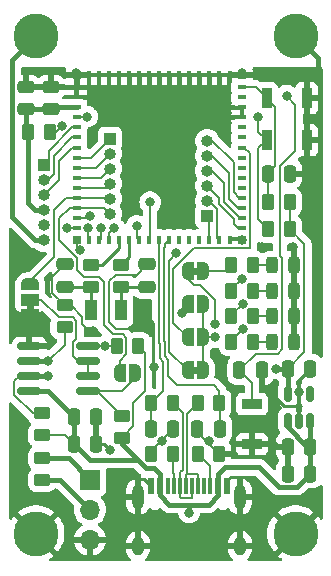
<source format=gtl>
%TF.GenerationSoftware,KiCad,Pcbnew,7.0.2-6a45011f42~172~ubuntu23.04.1*%
%TF.CreationDate,2023-05-23T16:12:18+02:00*%
%TF.ProjectId,pcb,7063622e-6b69-4636-9164-5f7063625858,rev?*%
%TF.SameCoordinates,Original*%
%TF.FileFunction,Copper,L1,Top*%
%TF.FilePolarity,Positive*%
%FSLAX46Y46*%
G04 Gerber Fmt 4.6, Leading zero omitted, Abs format (unit mm)*
G04 Created by KiCad (PCBNEW 7.0.2-6a45011f42~172~ubuntu23.04.1) date 2023-05-23 16:12:18*
%MOMM*%
%LPD*%
G01*
G04 APERTURE LIST*
G04 Aperture macros list*
%AMRoundRect*
0 Rectangle with rounded corners*
0 $1 Rounding radius*
0 $2 $3 $4 $5 $6 $7 $8 $9 X,Y pos of 4 corners*
0 Add a 4 corners polygon primitive as box body*
4,1,4,$2,$3,$4,$5,$6,$7,$8,$9,$2,$3,0*
0 Add four circle primitives for the rounded corners*
1,1,$1+$1,$2,$3*
1,1,$1+$1,$4,$5*
1,1,$1+$1,$6,$7*
1,1,$1+$1,$8,$9*
0 Add four rect primitives between the rounded corners*
20,1,$1+$1,$2,$3,$4,$5,0*
20,1,$1+$1,$4,$5,$6,$7,0*
20,1,$1+$1,$6,$7,$8,$9,0*
20,1,$1+$1,$8,$9,$2,$3,0*%
%AMFreePoly0*
4,1,19,0.500000,-0.750000,0.000000,-0.750000,0.000000,-0.744911,-0.071157,-0.744911,-0.207708,-0.704816,-0.327430,-0.627875,-0.420627,-0.520320,-0.479746,-0.390866,-0.500000,-0.250000,-0.500000,0.250000,-0.479746,0.390866,-0.420627,0.520320,-0.327430,0.627875,-0.207708,0.704816,-0.071157,0.744911,0.000000,0.744911,0.000000,0.750000,0.500000,0.750000,0.500000,-0.750000,0.500000,-0.750000,
$1*%
%AMFreePoly1*
4,1,19,0.000000,0.744911,0.071157,0.744911,0.207708,0.704816,0.327430,0.627875,0.420627,0.520320,0.479746,0.390866,0.500000,0.250000,0.500000,-0.250000,0.479746,-0.390866,0.420627,-0.520320,0.327430,-0.627875,0.207708,-0.704816,0.071157,-0.744911,0.000000,-0.744911,0.000000,-0.750000,-0.500000,-0.750000,-0.500000,0.750000,0.000000,0.750000,0.000000,0.744911,0.000000,0.744911,
$1*%
%AMFreePoly2*
4,1,19,0.550000,-0.750000,0.000000,-0.750000,0.000000,-0.744911,-0.071157,-0.744911,-0.207708,-0.704816,-0.327430,-0.627875,-0.420627,-0.520320,-0.479746,-0.390866,-0.500000,-0.250000,-0.500000,0.250000,-0.479746,0.390866,-0.420627,0.520320,-0.327430,0.627875,-0.207708,0.704816,-0.071157,0.744911,0.000000,0.744911,0.000000,0.750000,0.550000,0.750000,0.550000,-0.750000,0.550000,-0.750000,
$1*%
%AMFreePoly3*
4,1,19,0.000000,0.744911,0.071157,0.744911,0.207708,0.704816,0.327430,0.627875,0.420627,0.520320,0.479746,0.390866,0.500000,0.250000,0.500000,-0.250000,0.479746,-0.390866,0.420627,-0.520320,0.327430,-0.627875,0.207708,-0.704816,0.071157,-0.744911,0.000000,-0.744911,0.000000,-0.750000,-0.550000,-0.750000,-0.550000,0.750000,0.000000,0.750000,0.000000,0.744911,0.000000,0.744911,
$1*%
%AMFreePoly4*
4,1,6,0.600000,-0.600000,-0.600000,-0.600000,-0.600000,0.000000,0.000000,0.600000,0.600000,0.600000,0.600000,-0.600000,0.600000,-0.600000,$1*%
G04 Aperture macros list end*
%TA.AperFunction,ComponentPad*%
%ADD10R,1.000000X1.000000*%
%TD*%
%TA.AperFunction,ComponentPad*%
%ADD11O,1.000000X1.000000*%
%TD*%
%TA.AperFunction,SMDPad,CuDef*%
%ADD12RoundRect,0.243750X0.243750X0.456250X-0.243750X0.456250X-0.243750X-0.456250X0.243750X-0.456250X0*%
%TD*%
%TA.AperFunction,SMDPad,CuDef*%
%ADD13RoundRect,0.250000X0.250000X0.475000X-0.250000X0.475000X-0.250000X-0.475000X0.250000X-0.475000X0*%
%TD*%
%TA.AperFunction,ComponentPad*%
%ADD14C,2.600000*%
%TD*%
%TA.AperFunction,ConnectorPad*%
%ADD15C,3.800000*%
%TD*%
%TA.AperFunction,SMDPad,CuDef*%
%ADD16R,0.900000X1.700000*%
%TD*%
%TA.AperFunction,SMDPad,CuDef*%
%ADD17FreePoly0,0.000000*%
%TD*%
%TA.AperFunction,SMDPad,CuDef*%
%ADD18FreePoly1,0.000000*%
%TD*%
%TA.AperFunction,ComponentPad*%
%ADD19R,1.700000X1.700000*%
%TD*%
%TA.AperFunction,ComponentPad*%
%ADD20O,1.700000X1.700000*%
%TD*%
%TA.AperFunction,SMDPad,CuDef*%
%ADD21RoundRect,0.250000X0.475000X-0.250000X0.475000X0.250000X-0.475000X0.250000X-0.475000X-0.250000X0*%
%TD*%
%TA.AperFunction,SMDPad,CuDef*%
%ADD22RoundRect,0.250000X0.450000X-0.262500X0.450000X0.262500X-0.450000X0.262500X-0.450000X-0.262500X0*%
%TD*%
%TA.AperFunction,SMDPad,CuDef*%
%ADD23RoundRect,0.250000X-0.262500X-0.450000X0.262500X-0.450000X0.262500X0.450000X-0.262500X0.450000X0*%
%TD*%
%TA.AperFunction,SMDPad,CuDef*%
%ADD24RoundRect,0.250000X-0.250000X-0.475000X0.250000X-0.475000X0.250000X0.475000X-0.250000X0.475000X0*%
%TD*%
%TA.AperFunction,SMDPad,CuDef*%
%ADD25R,1.700000X0.900000*%
%TD*%
%TA.AperFunction,SMDPad,CuDef*%
%ADD26FreePoly0,180.000000*%
%TD*%
%TA.AperFunction,SMDPad,CuDef*%
%ADD27FreePoly1,180.000000*%
%TD*%
%TA.AperFunction,SMDPad,CuDef*%
%ADD28RoundRect,0.250000X0.262500X0.450000X-0.262500X0.450000X-0.262500X-0.450000X0.262500X-0.450000X0*%
%TD*%
%TA.AperFunction,SMDPad,CuDef*%
%ADD29R,1.000000X1.800000*%
%TD*%
%TA.AperFunction,SMDPad,CuDef*%
%ADD30RoundRect,0.250000X-0.450000X0.262500X-0.450000X-0.262500X0.450000X-0.262500X0.450000X0.262500X0*%
%TD*%
%TA.AperFunction,ComponentPad*%
%ADD31O,1.000000X1.600000*%
%TD*%
%TA.AperFunction,ComponentPad*%
%ADD32O,1.000000X2.100000*%
%TD*%
%TA.AperFunction,SMDPad,CuDef*%
%ADD33R,0.600000X1.450000*%
%TD*%
%TA.AperFunction,SMDPad,CuDef*%
%ADD34R,0.300000X1.450000*%
%TD*%
%TA.AperFunction,SMDPad,CuDef*%
%ADD35RoundRect,0.250000X-0.475000X0.250000X-0.475000X-0.250000X0.475000X-0.250000X0.475000X0.250000X0*%
%TD*%
%TA.AperFunction,SMDPad,CuDef*%
%ADD36RoundRect,0.150000X0.825000X0.150000X-0.825000X0.150000X-0.825000X-0.150000X0.825000X-0.150000X0*%
%TD*%
%TA.AperFunction,SMDPad,CuDef*%
%ADD37FreePoly2,90.000000*%
%TD*%
%TA.AperFunction,SMDPad,CuDef*%
%ADD38R,1.500000X1.000000*%
%TD*%
%TA.AperFunction,SMDPad,CuDef*%
%ADD39FreePoly3,90.000000*%
%TD*%
%TA.AperFunction,SMDPad,CuDef*%
%ADD40R,0.800000X0.400000*%
%TD*%
%TA.AperFunction,SMDPad,CuDef*%
%ADD41R,0.400000X0.800000*%
%TD*%
%TA.AperFunction,SMDPad,CuDef*%
%ADD42FreePoly4,0.000000*%
%TD*%
%TA.AperFunction,SMDPad,CuDef*%
%ADD43R,1.200000X1.200000*%
%TD*%
%TA.AperFunction,SMDPad,CuDef*%
%ADD44R,0.800000X0.800000*%
%TD*%
%TA.AperFunction,SMDPad,CuDef*%
%ADD45RoundRect,0.150000X0.150000X-0.512500X0.150000X0.512500X-0.150000X0.512500X-0.150000X-0.512500X0*%
%TD*%
%TA.AperFunction,ViaPad*%
%ADD46C,0.800000*%
%TD*%
%TA.AperFunction,Conductor*%
%ADD47C,0.200000*%
%TD*%
%TA.AperFunction,Conductor*%
%ADD48C,0.250000*%
%TD*%
%TA.AperFunction,Conductor*%
%ADD49C,0.400000*%
%TD*%
G04 APERTURE END LIST*
%TA.AperFunction,EtchedComponent*%
%TO.C,JP5*%
G36*
X76973000Y-73325000D02*
G01*
X76473000Y-73325000D01*
X76473000Y-72725000D01*
X76973000Y-72725000D01*
X76973000Y-73325000D01*
G37*
%TD.AperFunction*%
%TA.AperFunction,EtchedComponent*%
%TO.C,JP6*%
G36*
X76973000Y-64943000D02*
G01*
X76473000Y-64943000D01*
X76473000Y-64343000D01*
X76973000Y-64343000D01*
X76973000Y-64943000D01*
G37*
%TD.AperFunction*%
%TA.AperFunction,EtchedComponent*%
%TO.C,JP1*%
G36*
X63038000Y-67956000D02*
G01*
X62438000Y-67956000D01*
X62438000Y-67456000D01*
X63038000Y-67456000D01*
X63038000Y-67956000D01*
G37*
%TD.AperFunction*%
%TD*%
D10*
%TO.P,IO,1,Pin_1*%
%TO.N,Net-(J2-Pin_1)*%
X63881000Y-55650000D03*
D11*
%TO.P,IO,2,Pin_2*%
%TO.N,Net-(J2-Pin_2)*%
X63881000Y-56920000D03*
%TO.P,IO,3,Pin_3*%
%TO.N,Net-(J2-Pin_3)*%
X63881000Y-58190000D03*
%TO.P,IO,4,Pin_4*%
%TO.N,+3V3*%
X63881000Y-59460000D03*
%TO.P,IO,5,Pin_5*%
%TO.N,GND*%
X63881000Y-60730000D03*
%TO.P,IO,6,Pin_6*%
%TO.N,+5V*%
X63881000Y-62000000D03*
%TD*%
D12*
%TO.P,D2,1,K*%
%TO.N,GND*%
X85113500Y-64135000D03*
%TO.P,D2,2,A*%
%TO.N,Net-(D4-A)*%
X83238500Y-64135000D03*
%TD*%
D13*
%TO.P,C8,1*%
%TO.N,+5V*%
X86446000Y-81788000D03*
%TO.P,C8,2*%
%TO.N,GND*%
X84546000Y-81788000D03*
%TD*%
D14*
%TO.P,H2,1,1*%
%TO.N,GND*%
X85250000Y-44750000D03*
D15*
X85250000Y-44750000D03*
%TD*%
D16*
%TO.P,BOOT,1,1*%
%TO.N,GND*%
X86155000Y-53556000D03*
%TO.P,BOOT,2,2*%
%TO.N,BOOT*%
X82755000Y-53556000D03*
%TD*%
D17*
%TO.P,JP3,1,A*%
%TO.N,Net-(JP3-A)*%
X76090000Y-67437000D03*
D18*
%TO.P,JP3,2,B*%
%TO.N,XLR_TX*%
X77390000Y-67437000D03*
%TD*%
D17*
%TO.P,JP4,1,A*%
%TO.N,XLR_RX*%
X70328000Y-73279000D03*
D18*
%TO.P,JP4,2,B*%
%TO.N,Net-(JP6-B)*%
X71628000Y-73279000D03*
%TD*%
D12*
%TO.P,D3,1,K*%
%TO.N,GND*%
X85113500Y-68453000D03*
%TO.P,D3,2,A*%
%TO.N,Net-(D2-A)*%
X83238500Y-68453000D03*
%TD*%
D19*
%TO.P,D,1*%
%TO.N,Net-(U3-A)*%
X67818000Y-82296000D03*
D20*
%TO.P,D,2*%
%TO.N,Net-(U3-B)*%
X67818000Y-84836000D03*
%TO.P,D,3*%
%TO.N,GND*%
X67818000Y-87376000D03*
%TD*%
D21*
%TO.P,C9,1*%
%TO.N,Net-(C12-Pad1)*%
X72644000Y-65974000D03*
%TO.P,C9,2*%
%TO.N,GND*%
X72644000Y-64074000D03*
%TD*%
D22*
%TO.P,R12,1*%
%TO.N,Net-(U3-A)*%
X65659000Y-69365500D03*
%TO.P,R12,2*%
%TO.N,GND*%
X65659000Y-67540500D03*
%TD*%
D16*
%TO.P,RST,1,1*%
%TO.N,GND*%
X86155000Y-50000000D03*
%TO.P,RST,2,2*%
%TO.N,RESET*%
X82755000Y-50000000D03*
%TD*%
D23*
%TO.P,R13,1*%
%TO.N,Net-(JP4-A)*%
X79756000Y-64135000D03*
%TO.P,R13,2*%
%TO.N,Net-(D4-A)*%
X81581000Y-64135000D03*
%TD*%
D17*
%TO.P,JP5,1,A*%
%TO.N,Net-(JP5-A)*%
X76073000Y-73025000D03*
D18*
%TO.P,JP5,2,B*%
%TO.N,XLR_TX*%
X77373000Y-73025000D03*
%TD*%
D24*
%TO.P,C10,1*%
%TO.N,GND*%
X76901000Y-77978000D03*
%TO.P,C10,2*%
%TO.N,DP*%
X78801000Y-77978000D03*
%TD*%
D14*
%TO.P,H1,1,1*%
%TO.N,+5V*%
X63250000Y-44750000D03*
D15*
X63250000Y-44750000D03*
%TD*%
D25*
%TO.P,BT1,1,1*%
%TO.N,GND*%
X81534000Y-79297000D03*
%TO.P,BT1,2,2*%
%TO.N,BT*%
X81534000Y-75897000D03*
%TD*%
D14*
%TO.P,H3,1,1*%
%TO.N,GND*%
X63246000Y-86868000D03*
D15*
X63246000Y-86868000D03*
%TD*%
D23*
%TO.P,R15,1*%
%TO.N,LED3*%
X79756000Y-66294000D03*
%TO.P,R15,2*%
%TO.N,Net-(D3-A)*%
X81581000Y-66294000D03*
%TD*%
%TO.P,R16,1*%
%TO.N,LED1*%
X79756000Y-70612000D03*
%TO.P,R16,2*%
%TO.N,Net-(D1-A)*%
X81581000Y-70612000D03*
%TD*%
D26*
%TO.P,JP6,1,A*%
%TO.N,Net-(JP4-A)*%
X77373000Y-64643000D03*
D27*
%TO.P,JP6,2,B*%
%TO.N,+3V3*%
X76073000Y-64643000D03*
%TD*%
D24*
%TO.P,C11,1*%
%TO.N,+5V*%
X66425000Y-79248000D03*
%TO.P,C11,2*%
%TO.N,GND*%
X68325000Y-79248000D03*
%TD*%
%TO.P,C12,1*%
%TO.N,+3V3*%
X84546000Y-72898000D03*
%TO.P,C12,2*%
%TO.N,GND*%
X86446000Y-72898000D03*
%TD*%
D28*
%TO.P,R1,1*%
%TO.N,Net-(U1-ADC2_CH6{slash}DAC_1{slash}GPIO18)*%
X64412500Y-52832000D03*
%TO.P,R1,2*%
%TO.N,+3V3*%
X62587500Y-52832000D03*
%TD*%
D12*
%TO.P,D4,1,K*%
%TO.N,GND*%
X85113500Y-66294000D03*
%TO.P,D4,2,A*%
%TO.N,Net-(D3-A)*%
X83238500Y-66294000D03*
%TD*%
D29*
%TO.P,Y1,2,2*%
%TO.N,Net-(C13-Pad2)*%
X67932000Y-67945000D03*
%TO.P,Y1,1,1*%
%TO.N,Net-(C12-Pad1)*%
X70432000Y-67945000D03*
%TD*%
D30*
%TO.P,R17,1*%
%TO.N,Net-(U1-GPIO16{slash}ADC2_CH5{slash}XTAL_32K_N)*%
X70452000Y-64135000D03*
%TO.P,R17,2*%
%TO.N,Net-(C12-Pad1)*%
X70452000Y-65960000D03*
%TD*%
D22*
%TO.P,R5,1*%
%TO.N,Net-(C13-Pad2)*%
X67912000Y-65960000D03*
%TO.P,R5,2*%
%TO.N,Net-(U1-GPIO15{slash}ADC2_CH4{slash}XTAL_32K_P)*%
X67912000Y-64135000D03*
%TD*%
D31*
%TO.P,J3,13,SHLD*%
%TO.N,GND*%
X80520000Y-87918000D03*
D32*
%TO.P,J3,14,SHLD*%
X80520000Y-83738000D03*
D31*
%TO.P,J3,15,SHLD*%
X71880000Y-87918000D03*
D32*
%TO.P,J3,16,SHLD*%
X71880000Y-83738000D03*
D33*
%TO.P,J3,A1,GND*%
X72950000Y-82823000D03*
%TO.P,J3,A4,VBUS*%
%TO.N,+5V*%
X73750000Y-82823000D03*
D34*
%TO.P,J3,A5,CC1*%
%TO.N,Net-(U2-CC1)*%
X74950000Y-82823000D03*
%TO.P,J3,A6,DP1*%
%TO.N,Net-(U2-DP1)*%
X75950000Y-82823000D03*
%TO.P,J3,A7,DN1*%
%TO.N,Net-(U2-DN1)*%
X76450000Y-82823000D03*
%TO.P,J3,A8,SBU1*%
%TO.N,unconnected-(U2-SBU1-PadA8)*%
X77450000Y-82823000D03*
D33*
%TO.P,J3,B1,GND*%
%TO.N,GND*%
X79450000Y-82823000D03*
%TO.P,J3,B4,VBUS*%
%TO.N,+5V*%
X78650000Y-82823000D03*
D34*
%TO.P,J3,B5,CC2*%
%TO.N,Net-(U2-CC2)*%
X77950000Y-82823000D03*
%TO.P,J3,B6,DP2*%
%TO.N,Net-(U2-DP1)*%
X76950000Y-82823000D03*
%TO.P,J3,B7,DN2*%
%TO.N,Net-(U2-DN1)*%
X75450000Y-82823000D03*
%TO.P,J3,B8,SBU2*%
%TO.N,unconnected-(U2-SBU2-PadB8)*%
X74450000Y-82823000D03*
%TD*%
D24*
%TO.P,C13,1*%
%TO.N,DN*%
X72964000Y-77978000D03*
%TO.P,C13,2*%
%TO.N,GND*%
X74864000Y-77978000D03*
%TD*%
D22*
%TO.P,R18,1*%
%TO.N,Net-(U3-B)*%
X63754000Y-82319500D03*
%TO.P,R18,2*%
%TO.N,Net-(U3-A)*%
X63754000Y-80494500D03*
%TD*%
D23*
%TO.P,R14,1*%
%TO.N,LED2*%
X79756000Y-68453000D03*
%TO.P,R14,2*%
%TO.N,Net-(D2-A)*%
X81581000Y-68453000D03*
%TD*%
D35*
%TO.P,C2,1*%
%TO.N,GND*%
X64500000Y-49050000D03*
%TO.P,C2,2*%
%TO.N,+3V3*%
X64500000Y-50950000D03*
%TD*%
D36*
%TO.P,U2,1,RO*%
%TO.N,Net-(JP6-B)*%
X67626000Y-74803000D03*
%TO.P,U2,2,~{RE}*%
%TO.N,Net-(JP2-C)*%
X67626000Y-73533000D03*
%TO.P,U2,3,DE*%
X67626000Y-72263000D03*
%TO.P,U2,4,DI*%
%TO.N,XLR_TX*%
X67626000Y-70993000D03*
%TO.P,U2,5,GND*%
%TO.N,GND*%
X62676000Y-70993000D03*
%TO.P,U2,6,A*%
%TO.N,Net-(U3-A)*%
X62676000Y-72263000D03*
%TO.P,U2,7,B*%
%TO.N,Net-(U3-B)*%
X62676000Y-73533000D03*
%TO.P,U2,8,VCC*%
%TO.N,+5V*%
X62676000Y-74803000D03*
%TD*%
D35*
%TO.P,C1,1*%
%TO.N,GND*%
X62357000Y-49050000D03*
%TO.P,C1,2*%
%TO.N,+3V3*%
X62357000Y-50950000D03*
%TD*%
D22*
%TO.P,R6,1*%
%TO.N,+5V*%
X70485000Y-78740000D03*
%TO.P,R6,2*%
%TO.N,Net-(JP6-B)*%
X70485000Y-76915000D03*
%TD*%
D37*
%TO.P,JP1,1,A*%
%TO.N,GND*%
X62738000Y-68356000D03*
D38*
%TO.P,JP1,2,C*%
%TO.N,Net-(JP2-C)*%
X62738000Y-67056000D03*
D39*
%TO.P,JP1,3,B*%
%TO.N,XLR_SET*%
X62738000Y-65756000D03*
%TD*%
D24*
%TO.P,C4,1*%
%TO.N,+5V*%
X66425000Y-76962000D03*
%TO.P,C4,2*%
%TO.N,GND*%
X68325000Y-76962000D03*
%TD*%
D17*
%TO.P,JP2,1,A*%
%TO.N,Net-(JP1-A)*%
X76090000Y-70231000D03*
D18*
%TO.P,JP2,2,B*%
%TO.N,XLR_TX*%
X77390000Y-70231000D03*
%TD*%
D40*
%TO.P,U1,1,GND*%
%TO.N,GND*%
X66675000Y-49070000D03*
%TO.P,U1,2,GND*%
X66675000Y-49920000D03*
%TO.P,U1,3,3V3*%
%TO.N,+3V3*%
X66675000Y-50770000D03*
%TO.P,U1,4,GPIO0/BOOT*%
%TO.N,BOOT*%
X66675000Y-51620000D03*
%TO.P,U1,5,GPIO1/ADC1_CH0*%
%TO.N,Net-(J2-Pin_1)*%
X66675000Y-52470000D03*
%TO.P,U1,6,GPIO2/ADC1_CH1*%
%TO.N,Net-(J2-Pin_2)*%
X66675000Y-53320000D03*
%TO.P,U1,7,GPIO3/ADC1_CH2*%
%TO.N,Net-(J2-Pin_3)*%
X66675000Y-54170000D03*
%TO.P,U1,8,GPIO4/ADC1_CH3*%
%TO.N,Net-(J4-Pin_1)*%
X66675000Y-55020000D03*
%TO.P,U1,9,GPIO5/ADC1_CH4*%
%TO.N,Net-(J4-Pin_2)*%
X66675000Y-55870000D03*
%TO.P,U1,10,GPIO6/ADC1_CH5*%
%TO.N,Net-(J4-Pin_3)*%
X66675000Y-56720000D03*
%TO.P,U1,11,GPIO7/ADC1_CH6*%
%TO.N,Net-(J4-Pin_4)*%
X66675000Y-57570000D03*
%TO.P,U1,12,GPIO8/ADC1_CH7*%
%TO.N,XLR_SET*%
X66675000Y-58420000D03*
%TO.P,U1,13,GPIO9/ADC1_CH8*%
%TO.N,XLR_RX*%
X66675000Y-59270000D03*
%TO.P,U1,14,GPIO10/ADC1_CH9*%
%TO.N,Net-(JP3-A)*%
X66675000Y-60120000D03*
%TO.P,U1,15,GPIO11/ADC2_CH0*%
%TO.N,BT*%
X66675000Y-60970000D03*
D41*
%TO.P,U1,16,GPIO12/ADC2_CH1*%
%TO.N,LED1*%
X67725000Y-62020000D03*
%TO.P,U1,17,GPIO13/ADC2_CH2*%
%TO.N,LED2*%
X68575000Y-62020000D03*
%TO.P,U1,18,GPIO14/ADC2_CH3*%
%TO.N,LED3*%
X69425000Y-62020000D03*
%TO.P,U1,19,GPIO15/ADC2_CH4/XTAL_32K_P*%
%TO.N,Net-(U1-GPIO15{slash}ADC2_CH4{slash}XTAL_32K_P)*%
X70275000Y-62020000D03*
%TO.P,U1,20,GPIO16/ADC2_CH5/XTAL_32K_N*%
%TO.N,Net-(U1-GPIO16{slash}ADC2_CH5{slash}XTAL_32K_N)*%
X71125000Y-62020000D03*
%TO.P,U1,21,ADC2_CH7/DAC_2/GPIO17*%
%TO.N,Net-(JP5-A)*%
X71975000Y-62020000D03*
%TO.P,U1,22,ADC2_CH6/DAC_1/GPIO18*%
%TO.N,Net-(U1-ADC2_CH6{slash}DAC_1{slash}GPIO18)*%
X72825000Y-62020000D03*
%TO.P,U1,23,USB_D-/ADC2_CH8/GPIO19*%
%TO.N,DN*%
X73675000Y-62020000D03*
%TO.P,U1,24,USB_D+/ADC2_CH9/GPIO20*%
%TO.N,DP*%
X74525000Y-62020000D03*
%TO.P,U1,25,GPIO21*%
%TO.N,unconnected-(U1-GPIO21-Pad25)*%
X75375000Y-62020000D03*
%TO.P,U1,26,SPI_CS1/GPIO26*%
%TO.N,unconnected-(U1-SPI_CS1{slash}GPIO26-Pad26)*%
X76225000Y-62020000D03*
%TO.P,U1,27,NC*%
%TO.N,unconnected-(U1-NC-Pad27)*%
X77075000Y-62020000D03*
%TO.P,U1,28,GPIO33*%
%TO.N,Net-(J5-Pin_1)*%
X77925000Y-62020000D03*
%TO.P,U1,29,GPIO34*%
%TO.N,Net-(J5-Pin_2)*%
X78775000Y-62020000D03*
%TO.P,U1,30,GND*%
%TO.N,GND*%
X79625000Y-62020000D03*
D40*
%TO.P,U1,31,GPIO35*%
%TO.N,Net-(J5-Pin_3)*%
X80675000Y-60970000D03*
%TO.P,U1,32,GPIO36*%
%TO.N,Net-(J5-Pin_4)*%
X80675000Y-60120000D03*
%TO.P,U1,33,GPIO37*%
%TO.N,Net-(J5-Pin_5)*%
X80675000Y-59270000D03*
%TO.P,U1,34,GPIO38*%
%TO.N,Net-(J5-Pin_6)*%
X80675000Y-58420000D03*
%TO.P,U1,35,MTCK/JTAG/GPIO39*%
%TO.N,unconnected-(U1-MTCK{slash}JTAG{slash}GPIO39-Pad35)*%
X80675000Y-57570000D03*
%TO.P,U1,36,MTDO/JTAG/GPIO40*%
%TO.N,unconnected-(U1-MTDO{slash}JTAG{slash}GPIO40-Pad36)*%
X80675000Y-56720000D03*
%TO.P,U1,37,MTDI/JTAG/GPIO41*%
%TO.N,unconnected-(U1-MTDI{slash}JTAG{slash}GPIO41-Pad37)*%
X80675000Y-55870000D03*
%TO.P,U1,38,MTMS/JTAG/GPIO42*%
%TO.N,unconnected-(U1-MTMS{slash}JTAG{slash}GPIO42-Pad38)*%
X80675000Y-55020000D03*
%TO.P,U1,39,GPIO43/U0TXD/PROG*%
%TO.N,Net-(JP1-A)*%
X80675000Y-54170000D03*
%TO.P,U1,40,GPIO44/U0RXD/PROG*%
%TO.N,unconnected-(U1-GPIO44{slash}U0RXD{slash}PROG-Pad40)*%
X80675000Y-53320000D03*
%TO.P,U1,41,GPIO45*%
%TO.N,unconnected-(U1-GPIO45-Pad41)*%
X80675000Y-52470000D03*
%TO.P,U1,42,GND*%
%TO.N,GND*%
X80675000Y-51620000D03*
%TO.P,U1,43,GND*%
X80675000Y-50770000D03*
%TO.P,U1,44,GPIO46*%
%TO.N,unconnected-(U1-GPIO46-Pad44)*%
X80675000Y-49920000D03*
%TO.P,U1,45,CHIP/PU/RESET*%
%TO.N,RESET*%
X80675000Y-49070000D03*
D41*
%TO.P,U1,46,GND*%
%TO.N,GND*%
X79625000Y-48020000D03*
%TO.P,U1,47,GND*%
X78775000Y-48020000D03*
%TO.P,U1,48,GND*%
X77925000Y-48020000D03*
%TO.P,U1,49,GND*%
X77075000Y-48020000D03*
%TO.P,U1,50,GND*%
X76225000Y-48020000D03*
%TO.P,U1,51,GND*%
X75375000Y-48020000D03*
%TO.P,U1,52,GND*%
X74525000Y-48020000D03*
%TO.P,U1,53,GND*%
X73675000Y-48020000D03*
%TO.P,U1,54,GND*%
X72825000Y-48020000D03*
%TO.P,U1,55,GND*%
X71975000Y-48020000D03*
%TO.P,U1,56,GND*%
X71125000Y-48020000D03*
%TO.P,U1,57,GND*%
X70275000Y-48020000D03*
%TO.P,U1,58,GND*%
X69425000Y-48020000D03*
%TO.P,U1,59,GND*%
X68575000Y-48020000D03*
%TO.P,U1,60,GND*%
X67725000Y-48020000D03*
D42*
%TO.P,U1,61,GND*%
X72025000Y-53370000D03*
D43*
X72025000Y-55020000D03*
X72025000Y-56670000D03*
X73675000Y-53370000D03*
X73675000Y-55020000D03*
X73675000Y-56670000D03*
X75325000Y-53370000D03*
X75325000Y-55020000D03*
X75325000Y-56670000D03*
D44*
%TO.P,U1,62,GND*%
X66675000Y-48020000D03*
%TO.P,U1,63,GND*%
X66675000Y-62020000D03*
%TO.P,U1,64,GND*%
X80675000Y-62020000D03*
%TO.P,U1,65,GND*%
X80675000Y-48020000D03*
%TD*%
D28*
%TO.P,R7,1*%
%TO.N,DP*%
X78763500Y-75819000D03*
%TO.P,R7,2*%
%TO.N,Net-(U2-DP1)*%
X76938500Y-75819000D03*
%TD*%
D23*
%TO.P,R4,1*%
%TO.N,DN*%
X72978000Y-75819000D03*
%TO.P,R4,2*%
%TO.N,Net-(U2-DN1)*%
X74803000Y-75819000D03*
%TD*%
D35*
%TO.P,C5,1*%
%TO.N,GND*%
X65659000Y-64074000D03*
%TO.P,C5,2*%
%TO.N,Net-(C13-Pad2)*%
X65659000Y-65974000D03*
%TD*%
D22*
%TO.P,R8,1*%
%TO.N,+5V*%
X63754000Y-78509500D03*
%TO.P,R8,2*%
%TO.N,Net-(U3-B)*%
X63754000Y-76684500D03*
%TD*%
D23*
%TO.P,R9,1*%
%TO.N,GND*%
X73001500Y-80137000D03*
%TO.P,R9,2*%
%TO.N,Net-(U2-CC1)*%
X74826500Y-80137000D03*
%TD*%
D12*
%TO.P,D1,1,K*%
%TO.N,GND*%
X85113500Y-70612000D03*
%TO.P,D1,2,A*%
%TO.N,Net-(D1-A)*%
X83238500Y-70612000D03*
%TD*%
D14*
%TO.P,H4,1,1*%
%TO.N,GND*%
X85217000Y-86868000D03*
D15*
X85217000Y-86868000D03*
%TD*%
D45*
%TO.P,U3,1,VIN*%
%TO.N,+5V*%
X84546000Y-77332000D03*
%TO.P,U3,2,GND*%
%TO.N,GND*%
X85496000Y-77332000D03*
%TO.P,U3,3,CE*%
%TO.N,+5V*%
X86446000Y-77332000D03*
%TO.P,U3,4,NC*%
%TO.N,unconnected-(U4-NC-Pad4)*%
X86446000Y-75057000D03*
%TO.P,U3,5,VOUT*%
%TO.N,+3V3*%
X84546000Y-75057000D03*
%TD*%
D13*
%TO.P,C7,1*%
%TO.N,+5V*%
X86446000Y-79502000D03*
%TO.P,C7,2*%
%TO.N,GND*%
X84546000Y-79502000D03*
%TD*%
D23*
%TO.P,R11,1*%
%TO.N,XLR_TX*%
X70080500Y-70993000D03*
%TO.P,R11,2*%
%TO.N,+5V*%
X71905500Y-70993000D03*
%TD*%
%TO.P,R3,1*%
%TO.N,BOOT*%
X82907500Y-61087000D03*
%TO.P,R3,2*%
%TO.N,+3V3*%
X84732500Y-61087000D03*
%TD*%
D28*
%TO.P,R10,1*%
%TO.N,GND*%
X78763500Y-80137000D03*
%TO.P,R10,2*%
%TO.N,Net-(U2-CC2)*%
X76938500Y-80137000D03*
%TD*%
D24*
%TO.P,C6,1*%
%TO.N,BT*%
X80457000Y-73025000D03*
%TO.P,C6,2*%
%TO.N,GND*%
X82357000Y-73025000D03*
%TD*%
%TO.P,C3,1*%
%TO.N,RESET*%
X82870000Y-56388000D03*
%TO.P,C3,2*%
%TO.N,GND*%
X84770000Y-56388000D03*
%TD*%
D23*
%TO.P,R2,1*%
%TO.N,RESET*%
X82907500Y-58801000D03*
%TO.P,R2,2*%
%TO.N,+3V3*%
X84732500Y-58801000D03*
%TD*%
D10*
%TO.P,IO,1,Pin_1*%
%TO.N,Net-(J4-Pin_1)*%
X69500000Y-53420000D03*
D11*
%TO.P,IO,2,Pin_2*%
%TO.N,Net-(J4-Pin_2)*%
X69500000Y-54690000D03*
%TO.P,IO,3,Pin_3*%
%TO.N,Net-(J4-Pin_3)*%
X69500000Y-55960000D03*
%TO.P,IO,4,Pin_4*%
%TO.N,Net-(J4-Pin_4)*%
X69500000Y-57230000D03*
%TO.P,IO,5,Pin_5*%
%TO.N,XLR_SET*%
X69500000Y-58500000D03*
%TO.P,IO,6,Pin_6*%
%TO.N,XLR_RX*%
X69500000Y-59770000D03*
%TD*%
D10*
%TO.P,IO,1,Pin_1*%
%TO.N,Net-(J5-Pin_1)*%
X77724000Y-59944000D03*
D11*
%TO.P,IO,2,Pin_2*%
%TO.N,Net-(J5-Pin_2)*%
X77724000Y-58674000D03*
%TO.P,IO,3,Pin_3*%
%TO.N,Net-(J5-Pin_3)*%
X77724000Y-57404000D03*
%TO.P,IO,4,Pin_4*%
%TO.N,Net-(J5-Pin_4)*%
X77724000Y-56134000D03*
%TO.P,IO,5,Pin_5*%
%TO.N,Net-(J5-Pin_5)*%
X77724000Y-54864000D03*
%TO.P,IO,6,Pin_6*%
%TO.N,Net-(J5-Pin_6)*%
X77724000Y-53594000D03*
%TD*%
D46*
%TO.N,GND*%
X68021200Y-53390800D03*
X73228200Y-72720200D03*
%TO.N,+5V*%
X76200000Y-85090000D03*
%TO.N,GND*%
X66649600Y-47853600D03*
X61874400Y-69748400D03*
X73914000Y-78994000D03*
X72009000Y-56642000D03*
X69545200Y-79820100D03*
X73660000Y-56642000D03*
X75311000Y-53340000D03*
X75311000Y-54991000D03*
X80670400Y-62020500D03*
X80675000Y-47851083D03*
X72009000Y-53340000D03*
X72034400Y-67919600D03*
X73660000Y-54991000D03*
X75311000Y-56642000D03*
X84988400Y-62636400D03*
X67005200Y-62839600D03*
X72009000Y-54991000D03*
X68072000Y-69697600D03*
X83413600Y-79451200D03*
X62103000Y-62865000D03*
X73761600Y-50342800D03*
X73660000Y-53340000D03*
X77851000Y-78994000D03*
X82346800Y-62636400D03*
X85496400Y-74879200D03*
%TO.N,+3V3*%
X83566000Y-72898000D03*
X78422500Y-69151500D03*
%TO.N,BT*%
X84455000Y-49784000D03*
X65869500Y-60960000D03*
%TO.N,Net-(U3-A)*%
X64262000Y-72263000D03*
%TO.N,Net-(U3-B)*%
X64262000Y-73533000D03*
%TO.N,Net-(JP3-A)*%
X75574500Y-68161500D03*
X67818000Y-59969500D03*
%TO.N,Net-(JP5-A)*%
X71755000Y-60833000D03*
X75124500Y-63119000D03*
%TO.N,XLR_TX*%
X69088000Y-70993000D03*
X78359000Y-70231000D03*
%TO.N,BOOT*%
X67564000Y-51562000D03*
X82042000Y-51562000D03*
%TO.N,LED1*%
X67674502Y-60960000D03*
X80728432Y-69550878D03*
%TO.N,LED2*%
X68707000Y-60960000D03*
X80728432Y-67391878D03*
%TO.N,Net-(U1-ADC2_CH6{slash}DAC_1{slash}GPIO18)*%
X65469500Y-52324000D03*
X72898000Y-58801000D03*
%TO.N,LED3*%
X80645000Y-65278000D03*
X69850000Y-60960000D03*
%TD*%
D47*
%TO.N,GND*%
X72644000Y-64074000D02*
X71770500Y-64947500D01*
X71770500Y-64947500D02*
X69974183Y-64947500D01*
X69974183Y-64947500D02*
X69443600Y-65478083D01*
X69443600Y-65478083D02*
X69443600Y-68956600D01*
X69991900Y-69504900D02*
X73141500Y-69504900D01*
X69443600Y-68956600D02*
X69991900Y-69504900D01*
X73141500Y-69504900D02*
X73177400Y-69469000D01*
D48*
X73177400Y-69469000D02*
X73177400Y-69062600D01*
X73177400Y-69062600D02*
X72034400Y-67919600D01*
X73228200Y-72720200D02*
X73177400Y-72669400D01*
X73177400Y-72669400D02*
X73177400Y-69570600D01*
D49*
%TO.N,+5V*%
X61232000Y-46768000D02*
X63250000Y-44750000D01*
X61232000Y-60058106D02*
X61232000Y-46768000D01*
X63173894Y-62000000D02*
X61232000Y-60058106D01*
X63881000Y-62000000D02*
X63173894Y-62000000D01*
X78650000Y-83611984D02*
X78650000Y-82823000D01*
X62676000Y-74803000D02*
X64266000Y-74803000D01*
D47*
X71905500Y-70993000D02*
X72487683Y-71575183D01*
D49*
X67796600Y-80619600D02*
X71653400Y-80619600D01*
X71752880Y-80520120D02*
X72512761Y-81280000D01*
D47*
X71485000Y-75821683D02*
X71485000Y-77740000D01*
X72487683Y-71575183D02*
X72487683Y-74819000D01*
D49*
X66425000Y-79248000D02*
X67796600Y-80619600D01*
X78650000Y-81798000D02*
X79211000Y-81237000D01*
X66425000Y-76962000D02*
X66425000Y-79248000D01*
X83802000Y-82913000D02*
X85321000Y-82913000D01*
X73750000Y-82823000D02*
X73750000Y-83611984D01*
X76200000Y-85090000D02*
X76200000Y-84398000D01*
X79211000Y-81237000D02*
X82126000Y-81237000D01*
X70485000Y-79252239D02*
X71752880Y-80520120D01*
X71653400Y-80619600D02*
X71752880Y-80520120D01*
X78650000Y-82823000D02*
X78650000Y-81798000D01*
X85321000Y-82913000D02*
X86446000Y-81788000D01*
X86446000Y-81788000D02*
X86446000Y-77332000D01*
X70485000Y-78740000D02*
X70485000Y-79252239D01*
X82126000Y-81237000D02*
X83802000Y-82913000D01*
X64266000Y-74803000D02*
X66425000Y-76962000D01*
D47*
X63754000Y-78509500D02*
X65686500Y-78509500D01*
D49*
X77863984Y-84398000D02*
X78650000Y-83611984D01*
X73750000Y-81798000D02*
X73750000Y-82823000D01*
X84546000Y-77332000D02*
X84546000Y-77857761D01*
X84546000Y-77857761D02*
X86190239Y-79502000D01*
X76200000Y-84398000D02*
X77863984Y-84398000D01*
X72512761Y-81280000D02*
X73232000Y-81280000D01*
D47*
X72487683Y-74819000D02*
X71485000Y-75821683D01*
X65686500Y-78509500D02*
X66425000Y-79248000D01*
X71485000Y-77740000D02*
X70485000Y-78740000D01*
D49*
X74536016Y-84398000D02*
X76200000Y-84398000D01*
X73750000Y-83611984D02*
X74536016Y-84398000D01*
X86190239Y-79502000D02*
X86446000Y-79502000D01*
X73232000Y-81280000D02*
X73750000Y-81798000D01*
D48*
%TO.N,GND*%
X85496400Y-75838800D02*
X85496400Y-74879200D01*
X85290700Y-76044500D02*
X85496400Y-75838800D01*
D47*
X65659000Y-67540500D02*
X66168900Y-67540500D01*
D48*
X79450000Y-82348000D02*
X79756000Y-82042000D01*
X85496400Y-73847600D02*
X86446000Y-72898000D01*
D47*
X76901000Y-78274500D02*
X78763500Y-80137000D01*
D48*
X72950000Y-82823000D02*
X72390000Y-82263000D01*
D47*
X80675000Y-62020000D02*
X80670900Y-62020000D01*
D48*
X79450000Y-82823000D02*
X79450000Y-82348000D01*
D47*
X80670900Y-62020000D02*
X80670400Y-62020500D01*
X64634000Y-65099000D02*
X64634000Y-66515500D01*
D49*
X87122000Y-46622000D02*
X87122000Y-48006000D01*
D48*
X85496400Y-74879200D02*
X85496400Y-73847600D01*
D49*
X85250000Y-44750000D02*
X87122000Y-46622000D01*
D48*
X72390000Y-82263000D02*
X72042000Y-82263000D01*
X82357000Y-74202251D02*
X84199249Y-76044500D01*
D47*
X66168900Y-67540500D02*
X67132000Y-68503600D01*
X65659000Y-64074000D02*
X64634000Y-65099000D01*
X76901000Y-77978000D02*
X76901000Y-78274500D01*
D48*
X68325000Y-79248000D02*
X68973100Y-79248000D01*
X68973100Y-79248000D02*
X69545200Y-79820100D01*
X84199249Y-76044500D02*
X85290700Y-76044500D01*
D47*
X67684600Y-69697600D02*
X68072000Y-69697600D01*
X64634000Y-66515500D02*
X65659000Y-67540500D01*
X67132000Y-69145000D02*
X67684600Y-69697600D01*
X67132000Y-68503600D02*
X67132000Y-69145000D01*
X73001500Y-80137000D02*
X73001500Y-79840500D01*
D48*
X79756000Y-82042000D02*
X80518000Y-82042000D01*
D47*
X73001500Y-79840500D02*
X74864000Y-77978000D01*
D48*
X82357000Y-73025000D02*
X82357000Y-74202251D01*
D47*
X66675000Y-62509400D02*
X67005200Y-62839600D01*
X66675000Y-62020000D02*
X66675000Y-62509400D01*
D49*
%TO.N,+3V3*%
X62587500Y-52832000D02*
X62587500Y-58873606D01*
D47*
X76581000Y-65786000D02*
X77120371Y-65786000D01*
D49*
X83566000Y-72898000D02*
X84546000Y-72898000D01*
X62357000Y-50950000D02*
X64500000Y-50950000D01*
X84546000Y-75057000D02*
X84546000Y-72898000D01*
D47*
X77120371Y-65786000D02*
X78422500Y-67088129D01*
D49*
X62587500Y-58873606D02*
X63173894Y-59460000D01*
D47*
X85968183Y-62322683D02*
X85968183Y-71475817D01*
D49*
X63173894Y-59460000D02*
X63881000Y-59460000D01*
D47*
X76073000Y-65278000D02*
X76581000Y-65786000D01*
X76073000Y-64643000D02*
X76073000Y-65278000D01*
D49*
X62357000Y-50950000D02*
X62357000Y-52601500D01*
D47*
X78422500Y-67088129D02*
X78422500Y-69151500D01*
D49*
X64680000Y-50770000D02*
X64500000Y-50950000D01*
X66675000Y-50770000D02*
X64680000Y-50770000D01*
D47*
X85968183Y-71475817D02*
X84546000Y-72898000D01*
D49*
X62357000Y-52601500D02*
X62587500Y-52832000D01*
D47*
X84732500Y-61087000D02*
X85968183Y-62322683D01*
X84732500Y-61087000D02*
X84732500Y-58801000D01*
%TO.N,RESET*%
X82755000Y-50000000D02*
X83505000Y-50750000D01*
X82755000Y-50000000D02*
X81825000Y-49070000D01*
X83505000Y-50750000D02*
X83505000Y-55753000D01*
X82907500Y-58801000D02*
X82907500Y-56425500D01*
X82907500Y-56425500D02*
X82870000Y-56388000D01*
X83505000Y-55753000D02*
X82870000Y-56388000D01*
X81825000Y-49070000D02*
X80675000Y-49070000D01*
%TO.N,BT*%
X83920000Y-55735183D02*
X83920000Y-63347521D01*
X66665000Y-60960000D02*
X66675000Y-60970000D01*
X85205000Y-54450183D02*
X83920000Y-55735183D01*
X84455000Y-49784000D02*
X85205000Y-50534000D01*
X83709000Y-71612000D02*
X81870000Y-71612000D01*
X84074000Y-71247000D02*
X83709000Y-71612000D01*
X81534000Y-74102000D02*
X81534000Y-75897000D01*
X65869500Y-60960000D02*
X66665000Y-60960000D01*
X80457000Y-73025000D02*
X81534000Y-74102000D01*
X81870000Y-71612000D02*
X80457000Y-73025000D01*
X85205000Y-50534000D02*
X85205000Y-54450183D01*
X83920000Y-63347521D02*
X84074000Y-63501521D01*
X84074000Y-63501521D02*
X84074000Y-71247000D01*
%TO.N,DN*%
X74025500Y-74771500D02*
X72978000Y-75819000D01*
X74025500Y-72303250D02*
X74025500Y-74771500D01*
X72964000Y-77978000D02*
X72964000Y-75833000D01*
X73725500Y-70756998D02*
X73725500Y-72003250D01*
X72964000Y-75833000D02*
X72978000Y-75819000D01*
X73675000Y-62020000D02*
X73675000Y-70706498D01*
X73675000Y-70706498D02*
X73725500Y-70756998D01*
X73725500Y-72003250D02*
X74025500Y-72303250D01*
%TO.N,DP*%
X78289501Y-74295000D02*
X78763500Y-74768999D01*
X74075000Y-70540813D02*
X74125500Y-70591313D01*
X78763500Y-74768999D02*
X78763500Y-75819000D01*
X74175000Y-62370000D02*
X74175000Y-62620000D01*
X74425500Y-72137565D02*
X74425500Y-73536500D01*
X74525000Y-62020000D02*
X74175000Y-62370000D01*
X75184000Y-74295000D02*
X78289501Y-74295000D01*
X74125500Y-70591313D02*
X74125500Y-71837565D01*
X74175000Y-62620000D02*
X74075000Y-62720000D01*
X74075000Y-62720000D02*
X74075000Y-70540813D01*
X78801000Y-75856500D02*
X78763500Y-75819000D01*
X74125500Y-71837565D02*
X74425500Y-72137565D01*
X74425500Y-73536500D02*
X75184000Y-74295000D01*
X78801000Y-77978000D02*
X78801000Y-75856500D01*
D48*
%TO.N,Net-(C12-Pad1)*%
X70452000Y-65960000D02*
X70452000Y-67925000D01*
X72644000Y-65974000D02*
X70466000Y-65974000D01*
X70466000Y-65974000D02*
X70452000Y-65960000D01*
X70452000Y-67925000D02*
X70432000Y-67945000D01*
%TO.N,Net-(C13-Pad2)*%
X67932000Y-67945000D02*
X67932000Y-65980000D01*
X67932000Y-65980000D02*
X67912000Y-65960000D01*
X65659000Y-65974000D02*
X67898000Y-65974000D01*
X67898000Y-65974000D02*
X67912000Y-65960000D01*
D47*
%TO.N,Net-(D1-A)*%
X83238500Y-70612000D02*
X81581000Y-70612000D01*
%TO.N,Net-(D2-A)*%
X83238500Y-68453000D02*
X81581000Y-68453000D01*
%TO.N,Net-(D3-A)*%
X83238500Y-66294000D02*
X81581000Y-66294000D01*
%TO.N,Net-(D4-A)*%
X83238500Y-64135000D02*
X81581000Y-64135000D01*
D49*
%TO.N,Net-(U3-A)*%
X62676000Y-72263000D02*
X64262000Y-72263000D01*
X66016500Y-80494500D02*
X63754000Y-80494500D01*
X67818000Y-82296000D02*
X66016500Y-80494500D01*
D47*
X65659000Y-69365500D02*
X65659000Y-70866000D01*
X65659000Y-70866000D02*
X64262000Y-72263000D01*
%TO.N,Net-(U3-B)*%
X61401000Y-75139396D02*
X61401000Y-73981000D01*
X63754000Y-76684500D02*
X62946104Y-76684500D01*
D49*
X65301500Y-82319500D02*
X67818000Y-84836000D01*
X62676000Y-73533000D02*
X64262000Y-73533000D01*
X63754000Y-82319500D02*
X65301500Y-82319500D01*
D47*
X62946104Y-76684500D02*
X61401000Y-75139396D01*
X61849000Y-73533000D02*
X62676000Y-73533000D01*
X61401000Y-73981000D02*
X61849000Y-73533000D01*
%TO.N,Net-(J2-Pin_1)*%
X64370000Y-55264000D02*
X63984000Y-55650000D01*
X66675000Y-52470000D02*
X66325000Y-52470000D01*
X63984000Y-55650000D02*
X63881000Y-55650000D01*
X66325000Y-52470000D02*
X64370000Y-54425000D01*
X64370000Y-54425000D02*
X64370000Y-55264000D01*
%TO.N,Net-(J2-Pin_2)*%
X66325000Y-53320000D02*
X64770000Y-54875000D01*
X64238000Y-56920000D02*
X63881000Y-56920000D01*
X64770000Y-54875000D02*
X64770000Y-56388000D01*
X64770000Y-56388000D02*
X64238000Y-56920000D01*
X66675000Y-53320000D02*
X66325000Y-53320000D01*
%TO.N,Net-(J2-Pin_3)*%
X66325000Y-54170000D02*
X65170000Y-55325000D01*
X65170000Y-55325000D02*
X65170000Y-56901000D01*
X66675000Y-54170000D02*
X66325000Y-54170000D01*
X65170000Y-56901000D02*
X63881000Y-58190000D01*
%TO.N,Net-(J4-Pin_1)*%
X67900000Y-55020000D02*
X69500000Y-53420000D01*
X66675000Y-55020000D02*
X67900000Y-55020000D01*
%TO.N,Net-(J4-Pin_2)*%
X66675000Y-55870000D02*
X68320000Y-55870000D01*
X68320000Y-55870000D02*
X69500000Y-54690000D01*
%TO.N,Net-(J4-Pin_3)*%
X68740000Y-56720000D02*
X69500000Y-55960000D01*
X66675000Y-56720000D02*
X68740000Y-56720000D01*
%TO.N,Net-(J4-Pin_4)*%
X69160000Y-57570000D02*
X69500000Y-57230000D01*
X66675000Y-57570000D02*
X69160000Y-57570000D01*
%TO.N,Net-(J5-Pin_1)*%
X77925000Y-60145000D02*
X77724000Y-59944000D01*
X77925000Y-62020000D02*
X77925000Y-60145000D01*
%TO.N,Net-(J5-Pin_2)*%
X77724000Y-58674000D02*
X77897629Y-58674000D01*
X77897629Y-58674000D02*
X78587600Y-59363971D01*
X78587600Y-59363971D02*
X78587600Y-61832600D01*
X78587600Y-61832600D02*
X78775000Y-62020000D01*
%TO.N,Net-(J5-Pin_3)*%
X79975000Y-60620000D02*
X80325000Y-60970000D01*
X80325000Y-60970000D02*
X80675000Y-60970000D01*
X77724000Y-57415629D02*
X78775000Y-58466629D01*
X78775000Y-58985686D02*
X79975000Y-60185686D01*
X78775000Y-58466629D02*
X78775000Y-58985686D01*
X79975000Y-60185686D02*
X79975000Y-60620000D01*
%TO.N,Net-(J5-Pin_4)*%
X79175000Y-57175000D02*
X79175000Y-58820000D01*
X79175000Y-58820000D02*
X80475000Y-60120000D01*
X78000000Y-56000000D02*
X79175000Y-57175000D01*
X80475000Y-60120000D02*
X80675000Y-60120000D01*
%TO.N,Net-(J5-Pin_5)*%
X80325000Y-59270000D02*
X80675000Y-59270000D01*
X79575000Y-56305000D02*
X79575000Y-58520000D01*
X78000000Y-54730000D02*
X79575000Y-56305000D01*
X79575000Y-58520000D02*
X80325000Y-59270000D01*
%TO.N,Net-(J5-Pin_6)*%
X79975000Y-55435000D02*
X79975000Y-57973000D01*
X79975000Y-57973000D02*
X80422000Y-58420000D01*
X80422000Y-58420000D02*
X80675000Y-58420000D01*
X78000000Y-53460000D02*
X79975000Y-55435000D01*
%TO.N,Net-(JP1-A)*%
X81375000Y-62720000D02*
X81375000Y-54670000D01*
X76090000Y-70231000D02*
X74875000Y-69016000D01*
X81375000Y-54670000D02*
X80875000Y-54170000D01*
X76599000Y-62720000D02*
X81375000Y-62720000D01*
X74875000Y-69016000D02*
X74875000Y-64444000D01*
X80875000Y-54170000D02*
X80675000Y-54170000D01*
X74875000Y-64444000D02*
X76599000Y-62720000D01*
%TO.N,Net-(JP2-C)*%
X66351000Y-71812000D02*
X66802000Y-72263000D01*
X63684183Y-67056000D02*
X65181183Y-68553000D01*
X62738000Y-67056000D02*
X63684183Y-67056000D01*
X66336817Y-68553000D02*
X66659000Y-68875183D01*
X66802000Y-72263000D02*
X67626000Y-72263000D01*
X65181183Y-68553000D02*
X66336817Y-68553000D01*
X66659000Y-68875183D02*
X66659000Y-70348604D01*
X66351000Y-70656604D02*
X66351000Y-71812000D01*
X67626000Y-73533000D02*
X67626000Y-72263000D01*
X66659000Y-70348604D02*
X66351000Y-70656604D01*
%TO.N,XLR_SET*%
X64770000Y-59436000D02*
X65786000Y-58420000D01*
X69420000Y-58420000D02*
X69500000Y-58500000D01*
X66675000Y-58420000D02*
X69420000Y-58420000D01*
X62738000Y-65756000D02*
X62738000Y-65492183D01*
X65786000Y-58420000D02*
X66675000Y-58420000D01*
X62738000Y-65492183D02*
X64770000Y-63460183D01*
X64770000Y-63460183D02*
X64770000Y-59436000D01*
%TO.N,Net-(JP3-A)*%
X66675000Y-60120000D02*
X67667500Y-60120000D01*
X67667500Y-60120000D02*
X67818000Y-59969500D01*
%TO.N,Net-(JP4-A)*%
X79248000Y-64643000D02*
X77373000Y-64643000D01*
X79756000Y-64135000D02*
X79248000Y-64643000D01*
%TO.N,Net-(JP5-A)*%
X71755000Y-60833000D02*
X71755000Y-61800000D01*
X75124500Y-63119000D02*
X74475000Y-63768500D01*
X74475000Y-70375127D02*
X74525500Y-70425628D01*
X74475000Y-63768500D02*
X74475000Y-70375127D01*
X74525500Y-70425628D02*
X74525500Y-71477500D01*
X74525500Y-71477500D02*
X76073000Y-73025000D01*
X71755000Y-61800000D02*
X71975000Y-62020000D01*
%TO.N,XLR_RX*%
X67306500Y-65147500D02*
X66684000Y-64525000D01*
X68986400Y-65544083D02*
X68589817Y-65147500D01*
X65170000Y-60179000D02*
X66079000Y-59270000D01*
X68589817Y-65147500D02*
X67306500Y-65147500D01*
X69739000Y-69993000D02*
X68986400Y-69240400D01*
X70570817Y-69993000D02*
X69739000Y-69993000D01*
X70893000Y-71670817D02*
X70893000Y-70315183D01*
X66675000Y-59270000D02*
X69000001Y-59270001D01*
X70328000Y-73279000D02*
X70328000Y-72235817D01*
X66079000Y-59270000D02*
X66675000Y-59270000D01*
X66684000Y-64525000D02*
X66684000Y-63509000D01*
X65170000Y-61995000D02*
X65170000Y-60179000D01*
X70893000Y-70315183D02*
X70570817Y-69993000D01*
X66684000Y-63509000D02*
X65170000Y-61995000D01*
X69000001Y-59270001D02*
X69500000Y-59770000D01*
X70328000Y-72235817D02*
X70893000Y-71670817D01*
X68986400Y-69240400D02*
X68986400Y-65544083D01*
%TO.N,Net-(JP6-B)*%
X71628000Y-73653264D02*
X70478264Y-74803000D01*
X68373000Y-74803000D02*
X67626000Y-74803000D01*
X70478264Y-74803000D02*
X67626000Y-74803000D01*
X71628000Y-73279000D02*
X71628000Y-73653264D01*
X70485000Y-76915000D02*
X68373000Y-74803000D01*
%TO.N,Net-(U2-CC1)*%
X74950000Y-81848000D02*
X74826500Y-81724500D01*
X74950000Y-82823000D02*
X74950000Y-81848000D01*
X74826500Y-81724500D02*
X74826500Y-80137000D01*
%TO.N,Net-(U2-CC2)*%
X77950000Y-81148500D02*
X76938500Y-80137000D01*
X77950000Y-82823000D02*
X77950000Y-81148500D01*
%TO.N,XLR_TX*%
X77390000Y-67437000D02*
X77390000Y-73008000D01*
X77390000Y-70231000D02*
X78359000Y-70231000D01*
X77390000Y-73008000D02*
X77373000Y-73025000D01*
X69088000Y-70993000D02*
X67626000Y-70993000D01*
X70080500Y-70993000D02*
X69088000Y-70993000D01*
%TO.N,Net-(U2-DP1)*%
X76010000Y-81788000D02*
X76890000Y-81788000D01*
X76950000Y-81848000D02*
X76950000Y-82823000D01*
X75950000Y-81848000D02*
X76010000Y-81788000D01*
X76064000Y-76693500D02*
X76064000Y-81801000D01*
X75950000Y-82823000D02*
X75950000Y-81848000D01*
X76890000Y-81788000D02*
X76950000Y-81848000D01*
X76938500Y-75819000D02*
X76064000Y-76693500D01*
%TO.N,Net-(U2-DN1)*%
X75500000Y-83848000D02*
X76426000Y-83848000D01*
X76426000Y-83848000D02*
X76450000Y-83824000D01*
X76450000Y-83824000D02*
X76450000Y-82823000D01*
X74803000Y-75819000D02*
X75664000Y-76680000D01*
X75664000Y-76680000D02*
X75664000Y-81435000D01*
X75450000Y-81649000D02*
X75450000Y-82823000D01*
X75450000Y-83798000D02*
X75500000Y-83848000D01*
X75664000Y-81435000D02*
X75450000Y-81649000D01*
X75450000Y-82823000D02*
X75450000Y-83798000D01*
%TO.N,BOOT*%
X67506000Y-51620000D02*
X66675000Y-51620000D01*
X82755000Y-53556000D02*
X82070000Y-54241000D01*
X82042000Y-52843000D02*
X82755000Y-53556000D01*
X82070000Y-54241000D02*
X82070000Y-60249500D01*
X82042000Y-51562000D02*
X82042000Y-52843000D01*
X82070000Y-60249500D02*
X82907500Y-61087000D01*
X67564000Y-51562000D02*
X67506000Y-51620000D01*
%TO.N,LED1*%
X79756000Y-70523310D02*
X80728432Y-69550878D01*
X67674502Y-60960000D02*
X67674502Y-61969502D01*
X79756000Y-70612000D02*
X79756000Y-70523310D01*
X67674502Y-61969502D02*
X67725000Y-62020000D01*
%TO.N,LED2*%
X68707000Y-60960000D02*
X68707000Y-61888000D01*
X79756000Y-68364310D02*
X80728432Y-67391878D01*
X68707000Y-61888000D02*
X68575000Y-62020000D01*
X79756000Y-68453000D02*
X79756000Y-68364310D01*
%TO.N,Net-(U1-ADC2_CH6{slash}DAC_1{slash}GPIO18)*%
X65469500Y-52324000D02*
X64961500Y-52832000D01*
X72898000Y-58801000D02*
X72898000Y-61947000D01*
X64961500Y-52832000D02*
X64412500Y-52832000D01*
X72898000Y-61947000D02*
X72825000Y-62020000D01*
D48*
%TO.N,Net-(U1-GPIO15{slash}ADC2_CH4{slash}XTAL_32K_P)*%
X68810000Y-64135000D02*
X67912000Y-64135000D01*
X70275000Y-62670000D02*
X68810000Y-64135000D01*
X70275000Y-62020000D02*
X70275000Y-62670000D01*
%TO.N,Net-(U1-GPIO16{slash}ADC2_CH5{slash}XTAL_32K_N)*%
X71125000Y-63462000D02*
X71125000Y-62020000D01*
X70452000Y-64135000D02*
X71125000Y-63462000D01*
D47*
%TO.N,LED3*%
X79756000Y-66294000D02*
X79756000Y-66167000D01*
X79756000Y-66167000D02*
X80645000Y-65278000D01*
X69850000Y-60960000D02*
X69425000Y-61385000D01*
X69425000Y-61385000D02*
X69425000Y-62020000D01*
%TD*%
%TA.AperFunction,Conductor*%
%TO.N,GND*%
G36*
X61165202Y-75764593D02*
G01*
X61171680Y-75770625D01*
X62481881Y-77080826D01*
X62492576Y-77093021D01*
X62512117Y-77118488D01*
X62529479Y-77131810D01*
X62529484Y-77131813D01*
X62544029Y-77142974D01*
X62544032Y-77142977D01*
X62547254Y-77145449D01*
X62548464Y-77146378D01*
X62548733Y-77146746D01*
X62550306Y-77148126D01*
X62548894Y-77146967D01*
X62589665Y-77202808D01*
X62590680Y-77205746D01*
X62611885Y-77269738D01*
X62650243Y-77331926D01*
X62704971Y-77420654D01*
X62793636Y-77509319D01*
X62827121Y-77570642D01*
X62822137Y-77640334D01*
X62793636Y-77684681D01*
X62704971Y-77773345D01*
X62611884Y-77924263D01*
X62556112Y-78092573D01*
X62545819Y-78193324D01*
X62545818Y-78193341D01*
X62545500Y-78196455D01*
X62545500Y-78199601D01*
X62545500Y-78199602D01*
X62545500Y-78819395D01*
X62545500Y-78819414D01*
X62545501Y-78822544D01*
X62545820Y-78825675D01*
X62545821Y-78825678D01*
X62556112Y-78926425D01*
X62601087Y-79062152D01*
X62611885Y-79094738D01*
X62626233Y-79118000D01*
X62704971Y-79245654D01*
X62830347Y-79371030D01*
X62871578Y-79396462D01*
X62918303Y-79448410D01*
X62929524Y-79517372D01*
X62901681Y-79581454D01*
X62871578Y-79607538D01*
X62830347Y-79632969D01*
X62704971Y-79758345D01*
X62611884Y-79909263D01*
X62556112Y-80077573D01*
X62545819Y-80178324D01*
X62545818Y-80178341D01*
X62545500Y-80181455D01*
X62545500Y-80184601D01*
X62545500Y-80184602D01*
X62545500Y-80804395D01*
X62545500Y-80804414D01*
X62545501Y-80807544D01*
X62545820Y-80810675D01*
X62545821Y-80810678D01*
X62556112Y-80911425D01*
X62611884Y-81079736D01*
X62704971Y-81230654D01*
X62793636Y-81319319D01*
X62827121Y-81380642D01*
X62822137Y-81450334D01*
X62793636Y-81494681D01*
X62704971Y-81583345D01*
X62611884Y-81734263D01*
X62556112Y-81902573D01*
X62545819Y-82003324D01*
X62545818Y-82003341D01*
X62545500Y-82006455D01*
X62545500Y-82009601D01*
X62545500Y-82009602D01*
X62545500Y-82629395D01*
X62545500Y-82629414D01*
X62545501Y-82632544D01*
X62545820Y-82635675D01*
X62545821Y-82635678D01*
X62556112Y-82736425D01*
X62608477Y-82894454D01*
X62611885Y-82904738D01*
X62642958Y-82955115D01*
X62704971Y-83055654D01*
X62830345Y-83181028D01*
X62830347Y-83181029D01*
X62830348Y-83181030D01*
X62981262Y-83274115D01*
X63065417Y-83302000D01*
X63149573Y-83329887D01*
X63195602Y-83334589D01*
X63253455Y-83340500D01*
X64254544Y-83340499D01*
X64358426Y-83329887D01*
X64526738Y-83274115D01*
X64677652Y-83181030D01*
X64726762Y-83131920D01*
X64794364Y-83064319D01*
X64855687Y-83030834D01*
X64882045Y-83028000D01*
X64956668Y-83028000D01*
X65023707Y-83047685D01*
X65044349Y-83064319D01*
X66447504Y-84467474D01*
X66480989Y-84528797D01*
X66480029Y-84585593D01*
X66473435Y-84611632D01*
X66454843Y-84836000D01*
X66473435Y-85060363D01*
X66473435Y-85060366D01*
X66473436Y-85060368D01*
X66528704Y-85278616D01*
X66529280Y-85279929D01*
X66619138Y-85484788D01*
X66619140Y-85484791D01*
X66742278Y-85673268D01*
X66894760Y-85838906D01*
X67072424Y-85977189D01*
X67115697Y-86000607D01*
X67165287Y-86049825D01*
X67180395Y-86118042D01*
X67156225Y-86183598D01*
X67127803Y-86211236D01*
X66946918Y-86337893D01*
X66779890Y-86504921D01*
X66644400Y-86698421D01*
X66544569Y-86912507D01*
X66487364Y-87125999D01*
X66487364Y-87126000D01*
X67384314Y-87126000D01*
X67358507Y-87166156D01*
X67318000Y-87304111D01*
X67318000Y-87447889D01*
X67358507Y-87585844D01*
X67384314Y-87626000D01*
X66487364Y-87626000D01*
X66544569Y-87839492D01*
X66644399Y-88053576D01*
X66779893Y-88247081D01*
X66946918Y-88414106D01*
X67140423Y-88549600D01*
X67354509Y-88649430D01*
X67568000Y-88706634D01*
X67568000Y-87811501D01*
X67675685Y-87860680D01*
X67782237Y-87876000D01*
X67853763Y-87876000D01*
X67960315Y-87860680D01*
X68068000Y-87811501D01*
X68068000Y-88706633D01*
X68281490Y-88649430D01*
X68495576Y-88549600D01*
X68689081Y-88414106D01*
X68856106Y-88247081D01*
X68991600Y-88053576D01*
X69091430Y-87839492D01*
X69148636Y-87626000D01*
X68251686Y-87626000D01*
X68277493Y-87585844D01*
X68318000Y-87447889D01*
X68318000Y-87304111D01*
X68277493Y-87166156D01*
X68251686Y-87126000D01*
X69148636Y-87126000D01*
X69148635Y-87125999D01*
X69091430Y-86912507D01*
X68991599Y-86698421D01*
X68856109Y-86504921D01*
X68689081Y-86337893D01*
X68508197Y-86211236D01*
X68464572Y-86156659D01*
X68457380Y-86087160D01*
X68488902Y-86024806D01*
X68520301Y-86000607D01*
X68563576Y-85977189D01*
X68741240Y-85838906D01*
X68893722Y-85673268D01*
X69016860Y-85484791D01*
X69107296Y-85278616D01*
X69162564Y-85060368D01*
X69181156Y-84836000D01*
X69162564Y-84611632D01*
X69107296Y-84393384D01*
X69016860Y-84187209D01*
X68893722Y-83998732D01*
X68893721Y-83998731D01*
X68893718Y-83998726D01*
X68748510Y-83840990D01*
X68717587Y-83778336D01*
X68725447Y-83708910D01*
X68769594Y-83654754D01*
X68796396Y-83640829D01*
X68914204Y-83596889D01*
X69031261Y-83509261D01*
X69118889Y-83392204D01*
X69142132Y-83329887D01*
X69169988Y-83255205D01*
X69169988Y-83255203D01*
X69169989Y-83255201D01*
X69176500Y-83194638D01*
X69176500Y-81452100D01*
X69196185Y-81385061D01*
X69248989Y-81339306D01*
X69300500Y-81328100D01*
X71507528Y-81328100D01*
X71574567Y-81347785D01*
X71595209Y-81364419D01*
X71993985Y-81763194D01*
X71999119Y-81768648D01*
X72039486Y-81814214D01*
X72089583Y-81848793D01*
X72095618Y-81853234D01*
X72111132Y-81865389D01*
X72151764Y-81922230D01*
X72157947Y-81976253D01*
X72150353Y-82046885D01*
X72149999Y-82053482D01*
X72149999Y-82143447D01*
X72130314Y-82210487D01*
X72130000Y-82210829D01*
X72130000Y-83021889D01*
X72105543Y-82982390D01*
X72016038Y-82914799D01*
X71908160Y-82884105D01*
X71796479Y-82894454D01*
X71696078Y-82944448D01*
X71630000Y-83016930D01*
X71630000Y-82214633D01*
X71628051Y-82214932D01*
X71437336Y-82285564D01*
X71264736Y-82393145D01*
X71117330Y-82533266D01*
X71001144Y-82700194D01*
X70920940Y-82887092D01*
X70880000Y-83086311D01*
X70880000Y-83488000D01*
X71580000Y-83488000D01*
X71580000Y-83988000D01*
X70880000Y-83988000D01*
X70880000Y-84335570D01*
X70880317Y-84341835D01*
X70895419Y-84490339D01*
X70956303Y-84684389D01*
X71055003Y-84862214D01*
X71187479Y-85016531D01*
X71348307Y-85141021D01*
X71530902Y-85230587D01*
X71630000Y-85256244D01*
X71630000Y-84454110D01*
X71654457Y-84493610D01*
X71743962Y-84561201D01*
X71851840Y-84591895D01*
X71963521Y-84581546D01*
X72063922Y-84531552D01*
X72130000Y-84459069D01*
X72130000Y-85261366D01*
X72131947Y-85261068D01*
X72322663Y-85190436D01*
X72495263Y-85082854D01*
X72642669Y-84942733D01*
X72758856Y-84775804D01*
X72762236Y-84767928D01*
X72806760Y-84714083D01*
X72873328Y-84692857D01*
X72940804Y-84710990D01*
X72951676Y-84718449D01*
X73019767Y-84770698D01*
X73159764Y-84828687D01*
X73272280Y-84843500D01*
X73276333Y-84843500D01*
X73343667Y-84843500D01*
X73347720Y-84843500D01*
X73460236Y-84828687D01*
X73600233Y-84770698D01*
X73687391Y-84703818D01*
X73752558Y-84678624D01*
X73821003Y-84692662D01*
X73850558Y-84714513D01*
X74017246Y-84881201D01*
X74022380Y-84886655D01*
X74062743Y-84932215D01*
X74077981Y-84942733D01*
X74112854Y-84966805D01*
X74118873Y-84971234D01*
X74166790Y-85008774D01*
X74176246Y-85013029D01*
X74195796Y-85024056D01*
X74204341Y-85029954D01*
X74261264Y-85051542D01*
X74268185Y-85054409D01*
X74323681Y-85079386D01*
X74323686Y-85079388D01*
X74333898Y-85081259D01*
X74355506Y-85087282D01*
X74365215Y-85090965D01*
X74425649Y-85098302D01*
X74433041Y-85099426D01*
X74492923Y-85110401D01*
X74548980Y-85107010D01*
X74553682Y-85106726D01*
X74561168Y-85106500D01*
X75176580Y-85106500D01*
X75243619Y-85126185D01*
X75289374Y-85178989D01*
X75299901Y-85217538D01*
X75306458Y-85279929D01*
X75365472Y-85461556D01*
X75460957Y-85626941D01*
X75490355Y-85659591D01*
X75588747Y-85768866D01*
X75743248Y-85881118D01*
X75917714Y-85958795D01*
X76104511Y-85998500D01*
X76104513Y-85998500D01*
X76295489Y-85998500D01*
X76482285Y-85958795D01*
X76482286Y-85958794D01*
X76482288Y-85958794D01*
X76656752Y-85881118D01*
X76811253Y-85768866D01*
X76939040Y-85626944D01*
X77034527Y-85461556D01*
X77093542Y-85279928D01*
X77100099Y-85217536D01*
X77126684Y-85152923D01*
X77183981Y-85112939D01*
X77223420Y-85106500D01*
X77838821Y-85106500D01*
X77846308Y-85106726D01*
X77907077Y-85110402D01*
X77966978Y-85099424D01*
X77974348Y-85098303D01*
X78034785Y-85090965D01*
X78044482Y-85087287D01*
X78066108Y-85081259D01*
X78066124Y-85081256D01*
X78076313Y-85079389D01*
X78131834Y-85054400D01*
X78138736Y-85051542D01*
X78179173Y-85036205D01*
X78195659Y-85029954D01*
X78204203Y-85024055D01*
X78223738Y-85013037D01*
X78233210Y-85008775D01*
X78281146Y-84971217D01*
X78287127Y-84966816D01*
X78337257Y-84932215D01*
X78377641Y-84886629D01*
X78382752Y-84881201D01*
X78549442Y-84714510D01*
X78610763Y-84681027D01*
X78680455Y-84686011D01*
X78712607Y-84703817D01*
X78799767Y-84770698D01*
X78939764Y-84828687D01*
X79052280Y-84843500D01*
X79056333Y-84843500D01*
X79123667Y-84843500D01*
X79127720Y-84843500D01*
X79240236Y-84828687D01*
X79380233Y-84770698D01*
X79451256Y-84716199D01*
X79516424Y-84691006D01*
X79584869Y-84705044D01*
X79634859Y-84753858D01*
X79635161Y-84754399D01*
X79695003Y-84862214D01*
X79827479Y-85016531D01*
X79988307Y-85141021D01*
X80170902Y-85230587D01*
X80270000Y-85256244D01*
X80270000Y-84454110D01*
X80294457Y-84493610D01*
X80383962Y-84561201D01*
X80491840Y-84591895D01*
X80603521Y-84581546D01*
X80703922Y-84531552D01*
X80770000Y-84459069D01*
X80770000Y-85261366D01*
X80771947Y-85261068D01*
X80962663Y-85190436D01*
X81135263Y-85082854D01*
X81282669Y-84942733D01*
X81398855Y-84775805D01*
X81479059Y-84588907D01*
X81520000Y-84389688D01*
X81520000Y-83988000D01*
X80820000Y-83988000D01*
X80820000Y-83488000D01*
X81520000Y-83488000D01*
X81520000Y-83140429D01*
X81519682Y-83134164D01*
X81504580Y-82985660D01*
X81443696Y-82791610D01*
X81344996Y-82613785D01*
X81212520Y-82459468D01*
X81051692Y-82334978D01*
X80869094Y-82245410D01*
X80770000Y-82219753D01*
X80770000Y-83021889D01*
X80745543Y-82982390D01*
X80656038Y-82914799D01*
X80548160Y-82884105D01*
X80436479Y-82894454D01*
X80336078Y-82944448D01*
X80269999Y-83016930D01*
X80270000Y-82198791D01*
X80255184Y-82175969D01*
X80250000Y-82140488D01*
X80250000Y-82069500D01*
X80269685Y-82002461D01*
X80322489Y-81956706D01*
X80374000Y-81945500D01*
X81781168Y-81945500D01*
X81848207Y-81965185D01*
X81868849Y-81981819D01*
X83283223Y-83396193D01*
X83288357Y-83401647D01*
X83328725Y-83447214D01*
X83378822Y-83481793D01*
X83384851Y-83486229D01*
X83432770Y-83523772D01*
X83432774Y-83523775D01*
X83442236Y-83528034D01*
X83461781Y-83539057D01*
X83466801Y-83542522D01*
X83470325Y-83544954D01*
X83526581Y-83566289D01*
X83527233Y-83566536D01*
X83534155Y-83569403D01*
X83589671Y-83594389D01*
X83599881Y-83596260D01*
X83621500Y-83602286D01*
X83631199Y-83605965D01*
X83691631Y-83613302D01*
X83699011Y-83614425D01*
X83758908Y-83625402D01*
X83819681Y-83621726D01*
X83827169Y-83621500D01*
X85295837Y-83621500D01*
X85303324Y-83621726D01*
X85364093Y-83625402D01*
X85423994Y-83614424D01*
X85431364Y-83613303D01*
X85491801Y-83605965D01*
X85501498Y-83602287D01*
X85523124Y-83596259D01*
X85533329Y-83594389D01*
X85588850Y-83569400D01*
X85595752Y-83566542D01*
X85636189Y-83551205D01*
X85652675Y-83544954D01*
X85661219Y-83539055D01*
X85680754Y-83528037D01*
X85690226Y-83523775D01*
X85738162Y-83486217D01*
X85744143Y-83481816D01*
X85794273Y-83447215D01*
X85834673Y-83401611D01*
X85839760Y-83396208D01*
X86178151Y-83057817D01*
X86239474Y-83024333D01*
X86265832Y-83021499D01*
X86743395Y-83021499D01*
X86746544Y-83021499D01*
X86850426Y-83010887D01*
X87018738Y-82955115D01*
X87169652Y-82862030D01*
X87211983Y-82819699D01*
X87290819Y-82740864D01*
X87352142Y-82707379D01*
X87421834Y-82712363D01*
X87477767Y-82754235D01*
X87502184Y-82819699D01*
X87502500Y-82828545D01*
X87502500Y-85563501D01*
X87482815Y-85630540D01*
X87430011Y-85676295D01*
X87360853Y-85686239D01*
X87297297Y-85657214D01*
X87273803Y-85629944D01*
X87164564Y-85457811D01*
X87159993Y-85451520D01*
X87081686Y-85356864D01*
X86152788Y-86285763D01*
X86052106Y-86144376D01*
X85900068Y-85999408D01*
X85797777Y-85933669D01*
X86730434Y-85001012D01*
X86508679Y-84839897D01*
X86502108Y-84835727D01*
X86244305Y-84693999D01*
X86237266Y-84690686D01*
X85963729Y-84582386D01*
X85956334Y-84579983D01*
X85671374Y-84506817D01*
X85663743Y-84505362D01*
X85371859Y-84468488D01*
X85364101Y-84468000D01*
X85069899Y-84468000D01*
X85062140Y-84468488D01*
X84770256Y-84505362D01*
X84762625Y-84506817D01*
X84477665Y-84579983D01*
X84470270Y-84582386D01*
X84196733Y-84690686D01*
X84189694Y-84693999D01*
X83931899Y-84835723D01*
X83925309Y-84839905D01*
X83703565Y-85001011D01*
X83703564Y-85001012D01*
X84633693Y-85931140D01*
X84619590Y-85938411D01*
X84454460Y-86068271D01*
X84316890Y-86227035D01*
X84282334Y-86286886D01*
X83352312Y-85356864D01*
X83273995Y-85451534D01*
X83269434Y-85457812D01*
X83111792Y-85706217D01*
X83108050Y-85713023D01*
X82982781Y-85979234D01*
X82979921Y-85986458D01*
X82889009Y-86266254D01*
X82887073Y-86273793D01*
X82831946Y-86562779D01*
X82830972Y-86570499D01*
X82812500Y-86864105D01*
X82812500Y-86871894D01*
X82830972Y-87165500D01*
X82831946Y-87173220D01*
X82887073Y-87462206D01*
X82889009Y-87469745D01*
X82979921Y-87749541D01*
X82982781Y-87756765D01*
X83108050Y-88022976D01*
X83111792Y-88029782D01*
X83269430Y-88278181D01*
X83274006Y-88284479D01*
X83352312Y-88379134D01*
X84281211Y-87450235D01*
X84381894Y-87591624D01*
X84533932Y-87736592D01*
X84636222Y-87802329D01*
X83703564Y-88734986D01*
X83925320Y-88896102D01*
X83931890Y-88900272D01*
X84032154Y-88955392D01*
X84081418Y-89004938D01*
X84096075Y-89073253D01*
X84071472Y-89138648D01*
X84015419Y-89180359D01*
X83972417Y-89188054D01*
X81261381Y-89188054D01*
X81194342Y-89168369D01*
X81148587Y-89115565D01*
X81138643Y-89046407D01*
X81167668Y-88982851D01*
X81175949Y-88974180D01*
X81282669Y-88872733D01*
X81398855Y-88705805D01*
X81479059Y-88518907D01*
X81520000Y-88319688D01*
X81520000Y-88168000D01*
X80820000Y-88168000D01*
X80820000Y-87668000D01*
X81520000Y-87668000D01*
X81520000Y-87570429D01*
X81519682Y-87564164D01*
X81504580Y-87415660D01*
X81443696Y-87221610D01*
X81344996Y-87043785D01*
X81212520Y-86889468D01*
X81051692Y-86764978D01*
X80869094Y-86675410D01*
X80770000Y-86649753D01*
X80770000Y-87451889D01*
X80745543Y-87412390D01*
X80656038Y-87344799D01*
X80548160Y-87314105D01*
X80436479Y-87324454D01*
X80336078Y-87374448D01*
X80270000Y-87446930D01*
X80270000Y-86644633D01*
X80268051Y-86644932D01*
X80077336Y-86715564D01*
X79904736Y-86823145D01*
X79757330Y-86963266D01*
X79641144Y-87130194D01*
X79560940Y-87317092D01*
X79520000Y-87516311D01*
X79520000Y-87668000D01*
X80220000Y-87668000D01*
X80220000Y-88168000D01*
X79520000Y-88168000D01*
X79520000Y-88265570D01*
X79520317Y-88271835D01*
X79535419Y-88420339D01*
X79596303Y-88614389D01*
X79695003Y-88792214D01*
X79827479Y-88946531D01*
X79852628Y-88965998D01*
X79893592Y-89022599D01*
X79897452Y-89092362D01*
X79862983Y-89153138D01*
X79801128Y-89185629D01*
X79776727Y-89188054D01*
X72621381Y-89188054D01*
X72554342Y-89168369D01*
X72508587Y-89115565D01*
X72498643Y-89046407D01*
X72527668Y-88982851D01*
X72535949Y-88974180D01*
X72642669Y-88872733D01*
X72758855Y-88705805D01*
X72839059Y-88518907D01*
X72880000Y-88319688D01*
X72880000Y-88168000D01*
X72180000Y-88168000D01*
X72180000Y-87668000D01*
X72880000Y-87668000D01*
X72880000Y-87570429D01*
X72879682Y-87564164D01*
X72864580Y-87415660D01*
X72803696Y-87221610D01*
X72704996Y-87043785D01*
X72572520Y-86889468D01*
X72411692Y-86764978D01*
X72229094Y-86675410D01*
X72130000Y-86649753D01*
X72130000Y-87451889D01*
X72105543Y-87412390D01*
X72016038Y-87344799D01*
X71908160Y-87314105D01*
X71796479Y-87324454D01*
X71696078Y-87374448D01*
X71630000Y-87446930D01*
X71630000Y-86644633D01*
X71628051Y-86644932D01*
X71437336Y-86715564D01*
X71264736Y-86823145D01*
X71117330Y-86963266D01*
X71001144Y-87130194D01*
X70920940Y-87317092D01*
X70880000Y-87516311D01*
X70880000Y-87668000D01*
X71580000Y-87668000D01*
X71580000Y-88168000D01*
X70880000Y-88168000D01*
X70880000Y-88265570D01*
X70880317Y-88271835D01*
X70895419Y-88420339D01*
X70956303Y-88614389D01*
X71055003Y-88792214D01*
X71187479Y-88946531D01*
X71212628Y-88965998D01*
X71253592Y-89022599D01*
X71257452Y-89092362D01*
X71222983Y-89153138D01*
X71161128Y-89185629D01*
X71136727Y-89188054D01*
X64490583Y-89188054D01*
X64423544Y-89168369D01*
X64377789Y-89115565D01*
X64367845Y-89046407D01*
X64396870Y-88982851D01*
X64430846Y-88955392D01*
X64531109Y-88900272D01*
X64537678Y-88896102D01*
X64759433Y-88734986D01*
X64759434Y-88734986D01*
X63829306Y-87804859D01*
X63843410Y-87797589D01*
X64008540Y-87667729D01*
X64146110Y-87508965D01*
X64180665Y-87449113D01*
X65110686Y-88379133D01*
X65188997Y-88284474D01*
X65193568Y-88278182D01*
X65351207Y-88029782D01*
X65354949Y-88022976D01*
X65480218Y-87756765D01*
X65483078Y-87749541D01*
X65573990Y-87469745D01*
X65575926Y-87462206D01*
X65631053Y-87173220D01*
X65632027Y-87165500D01*
X65650500Y-86871894D01*
X65650500Y-86864105D01*
X65632027Y-86570499D01*
X65631053Y-86562779D01*
X65575926Y-86273793D01*
X65573990Y-86266254D01*
X65483078Y-85986458D01*
X65480218Y-85979234D01*
X65354949Y-85713023D01*
X65351207Y-85706217D01*
X65193569Y-85457818D01*
X65188993Y-85451520D01*
X65110686Y-85356864D01*
X64181787Y-86285762D01*
X64081106Y-86144376D01*
X63929068Y-85999408D01*
X63826777Y-85933669D01*
X64759434Y-85001012D01*
X64537679Y-84839897D01*
X64531108Y-84835727D01*
X64273305Y-84693999D01*
X64266266Y-84690686D01*
X63992729Y-84582386D01*
X63985334Y-84579983D01*
X63700374Y-84506817D01*
X63692743Y-84505362D01*
X63400859Y-84468488D01*
X63393101Y-84468000D01*
X63098899Y-84468000D01*
X63091140Y-84468488D01*
X62799256Y-84505362D01*
X62791625Y-84506817D01*
X62506665Y-84579983D01*
X62499270Y-84582386D01*
X62225733Y-84690686D01*
X62218694Y-84693999D01*
X61960899Y-84835723D01*
X61954309Y-84839905D01*
X61732565Y-85001011D01*
X61732564Y-85001012D01*
X62662693Y-85931140D01*
X62648590Y-85938411D01*
X62483460Y-86068271D01*
X62345890Y-86227035D01*
X62311334Y-86286887D01*
X61381312Y-85356864D01*
X61302995Y-85451534D01*
X61298431Y-85457816D01*
X61188694Y-85630734D01*
X61136153Y-85676789D01*
X61067052Y-85687128D01*
X61003332Y-85658466D01*
X60965222Y-85599905D01*
X60960000Y-85564304D01*
X60960000Y-75858302D01*
X60979684Y-75791267D01*
X61032488Y-75745512D01*
X61101646Y-75735568D01*
X61165202Y-75764593D01*
G37*
%TD.AperFunction*%
%TA.AperFunction,Conductor*%
G36*
X61165202Y-60993724D02*
G01*
X61171680Y-60999756D01*
X62655117Y-62483193D01*
X62660251Y-62488647D01*
X62700619Y-62534214D01*
X62750716Y-62568793D01*
X62756750Y-62573233D01*
X62804668Y-62610775D01*
X62814130Y-62615034D01*
X62833675Y-62626057D01*
X62838695Y-62629522D01*
X62842219Y-62631954D01*
X62898475Y-62653289D01*
X62899127Y-62653536D01*
X62906049Y-62656403D01*
X62961565Y-62681389D01*
X62971775Y-62683260D01*
X62993394Y-62689286D01*
X63003093Y-62692965D01*
X63063525Y-62700302D01*
X63070910Y-62701426D01*
X63130802Y-62712402D01*
X63130803Y-62712401D01*
X63136032Y-62713360D01*
X63192344Y-62739475D01*
X63317996Y-62842595D01*
X63493196Y-62936241D01*
X63683299Y-62993908D01*
X63881000Y-63013380D01*
X64025345Y-62999163D01*
X64093991Y-63012182D01*
X64144701Y-63060247D01*
X64161499Y-63122566D01*
X64161499Y-63156772D01*
X64141814Y-63223811D01*
X64125180Y-63244453D01*
X62663682Y-64705952D01*
X62602359Y-64739437D01*
X62576001Y-64742271D01*
X62473124Y-64742271D01*
X62472315Y-64742358D01*
X62414888Y-64742358D01*
X62313753Y-64756899D01*
X62281350Y-64761558D01*
X62275426Y-64761981D01*
X62132272Y-64804016D01*
X62001489Y-64863743D01*
X61878482Y-64942794D01*
X61773130Y-65034082D01*
X61770383Y-65036297D01*
X61674064Y-65147456D01*
X61632336Y-65212387D01*
X61611397Y-65244970D01*
X61596329Y-65268416D01*
X61535586Y-65401423D01*
X61495079Y-65539377D01*
X61476253Y-65670324D01*
X61474271Y-65684111D01*
X61474271Y-66306000D01*
X61474428Y-66308208D01*
X61474429Y-66308210D01*
X61479499Y-66379109D01*
X61482644Y-66389818D01*
X61486956Y-66438005D01*
X61479853Y-66504073D01*
X61479852Y-66504083D01*
X61479500Y-66507362D01*
X61479500Y-67604638D01*
X61479852Y-67607918D01*
X61479853Y-67607924D01*
X61486011Y-67665205D01*
X61537110Y-67802203D01*
X61624738Y-67919261D01*
X61741796Y-68006889D01*
X61878794Y-68057988D01*
X61878797Y-68057988D01*
X61878799Y-68057989D01*
X61939362Y-68064500D01*
X61942672Y-68064500D01*
X63533328Y-68064500D01*
X63536638Y-68064500D01*
X63597201Y-68057989D01*
X63688904Y-68023784D01*
X63758594Y-68018799D01*
X63819918Y-68052284D01*
X64470520Y-68702886D01*
X64504005Y-68764209D01*
X64500545Y-68829570D01*
X64461113Y-68948571D01*
X64450819Y-69049324D01*
X64450818Y-69049341D01*
X64450500Y-69052455D01*
X64450500Y-69055601D01*
X64450500Y-69055602D01*
X64450500Y-69675395D01*
X64450500Y-69675414D01*
X64450501Y-69678544D01*
X64450820Y-69681675D01*
X64450821Y-69681678D01*
X64461112Y-69782425D01*
X64516884Y-69950736D01*
X64516885Y-69950738D01*
X64563427Y-70026194D01*
X64609971Y-70101654D01*
X64735345Y-70227028D01*
X64735347Y-70227029D01*
X64735348Y-70227030D01*
X64886262Y-70320115D01*
X64965502Y-70346372D01*
X65022947Y-70386144D01*
X65049771Y-70450660D01*
X65050499Y-70464078D01*
X65050499Y-70562588D01*
X65030814Y-70629627D01*
X65014180Y-70650269D01*
X64362630Y-71301820D01*
X64301307Y-71335305D01*
X64231616Y-71330321D01*
X64175682Y-71288450D01*
X64165788Y-71261924D01*
X64148295Y-71243000D01*
X62550000Y-71243000D01*
X62482961Y-71223315D01*
X62437206Y-71170511D01*
X62426000Y-71119000D01*
X62426000Y-70193000D01*
X62926000Y-70193000D01*
X62926000Y-70743000D01*
X64148295Y-70743000D01*
X64148295Y-70742999D01*
X64148099Y-70740511D01*
X64102280Y-70582799D01*
X64018682Y-70441442D01*
X63902557Y-70325317D01*
X63761197Y-70241717D01*
X63603493Y-70195900D01*
X63569076Y-70193191D01*
X63564197Y-70193000D01*
X62926000Y-70193000D01*
X62426000Y-70193000D01*
X61787803Y-70193000D01*
X61782923Y-70193191D01*
X61748506Y-70195900D01*
X61590802Y-70241717D01*
X61449442Y-70325317D01*
X61333317Y-70441442D01*
X61249717Y-70582802D01*
X61203075Y-70743347D01*
X61165469Y-70802233D01*
X61101997Y-70831439D01*
X61032810Y-70821693D01*
X60979875Y-70776089D01*
X60960000Y-70709106D01*
X60960000Y-70709105D01*
X60960000Y-61087433D01*
X60979684Y-61020398D01*
X61032488Y-60974643D01*
X61101646Y-60964699D01*
X61165202Y-60993724D01*
G37*
%TD.AperFunction*%
%TA.AperFunction,Conductor*%
G36*
X78666298Y-71114600D02*
G01*
X78722032Y-71156737D01*
X78740306Y-71203876D01*
X78741341Y-71203534D01*
X78801384Y-71384736D01*
X78894471Y-71535654D01*
X79019845Y-71661028D01*
X79019847Y-71661029D01*
X79019848Y-71661030D01*
X79170762Y-71754115D01*
X79224432Y-71771899D01*
X79339073Y-71809887D01*
X79359756Y-71812000D01*
X79442955Y-71820500D01*
X79564456Y-71820499D01*
X79631494Y-71840183D01*
X79677249Y-71892987D01*
X79687193Y-71962145D01*
X79658169Y-72025701D01*
X79652137Y-72032179D01*
X79607972Y-72076344D01*
X79514884Y-72227263D01*
X79459112Y-72395573D01*
X79448819Y-72496324D01*
X79448818Y-72496341D01*
X79448500Y-72499455D01*
X79448500Y-72502601D01*
X79448500Y-72502602D01*
X79448500Y-73547395D01*
X79448500Y-73547414D01*
X79448501Y-73550544D01*
X79448820Y-73553675D01*
X79448821Y-73553678D01*
X79459112Y-73654425D01*
X79514884Y-73822736D01*
X79514885Y-73822738D01*
X79529638Y-73846656D01*
X79607971Y-73973654D01*
X79733345Y-74099028D01*
X79733347Y-74099029D01*
X79733348Y-74099030D01*
X79884262Y-74192115D01*
X79943868Y-74211866D01*
X80052573Y-74247887D01*
X80098602Y-74252589D01*
X80156455Y-74258500D01*
X80757544Y-74258499D01*
X80764618Y-74257776D01*
X80833310Y-74270544D01*
X80864904Y-74293453D01*
X80889181Y-74317730D01*
X80922666Y-74379053D01*
X80925500Y-74405411D01*
X80925500Y-74814500D01*
X80905815Y-74881539D01*
X80853011Y-74927294D01*
X80801500Y-74938500D01*
X80635362Y-74938500D01*
X80632082Y-74938852D01*
X80632075Y-74938853D01*
X80574794Y-74945011D01*
X80437796Y-74996110D01*
X80320738Y-75083738D01*
X80233110Y-75200796D01*
X80182011Y-75337794D01*
X80175853Y-75395075D01*
X80175500Y-75398362D01*
X80175500Y-76395638D01*
X80175852Y-76398918D01*
X80175853Y-76398924D01*
X80182011Y-76456205D01*
X80233110Y-76593203D01*
X80320738Y-76710261D01*
X80437796Y-76797889D01*
X80574794Y-76848988D01*
X80574797Y-76848988D01*
X80574799Y-76848989D01*
X80635362Y-76855500D01*
X80638672Y-76855500D01*
X82429328Y-76855500D01*
X82432638Y-76855500D01*
X82493201Y-76848989D01*
X82493203Y-76848988D01*
X82493205Y-76848988D01*
X82571124Y-76819924D01*
X82630204Y-76797889D01*
X82747261Y-76710261D01*
X82834889Y-76593204D01*
X82885989Y-76456201D01*
X82892500Y-76395638D01*
X82892500Y-75398362D01*
X82885989Y-75337799D01*
X82885988Y-75337797D01*
X82885988Y-75337794D01*
X82834889Y-75200796D01*
X82747261Y-75083738D01*
X82630203Y-74996110D01*
X82493205Y-74945011D01*
X82435924Y-74938853D01*
X82435918Y-74938852D01*
X82432638Y-74938500D01*
X82429328Y-74938500D01*
X82266500Y-74938500D01*
X82199461Y-74918815D01*
X82153706Y-74866011D01*
X82142500Y-74814500D01*
X82142500Y-74150004D01*
X82143561Y-74133818D01*
X82145116Y-74122011D01*
X82147750Y-74102000D01*
X82142500Y-74062120D01*
X82142500Y-74062115D01*
X82126838Y-73943150D01*
X82123610Y-73935355D01*
X82119952Y-73926524D01*
X82116438Y-73918039D01*
X82107000Y-73870589D01*
X82107000Y-72899000D01*
X82126685Y-72831961D01*
X82179489Y-72786206D01*
X82231000Y-72775000D01*
X82483000Y-72775000D01*
X82550039Y-72794685D01*
X82595794Y-72847489D01*
X82607000Y-72899000D01*
X82607000Y-74249999D01*
X82653829Y-74249999D01*
X82660111Y-74249678D01*
X82759695Y-74239506D01*
X82926122Y-74184357D01*
X83075345Y-74092316D01*
X83199316Y-73968345D01*
X83273142Y-73848654D01*
X83325090Y-73801929D01*
X83394052Y-73790706D01*
X83404450Y-73792457D01*
X83470513Y-73806500D01*
X83605456Y-73806500D01*
X83672495Y-73826185D01*
X83693137Y-73842819D01*
X83801181Y-73950863D01*
X83834666Y-74012186D01*
X83837500Y-74038544D01*
X83837500Y-74161340D01*
X83820232Y-74224461D01*
X83786854Y-74280899D01*
X83740438Y-74440665D01*
X83738750Y-74462122D01*
X83737500Y-74477998D01*
X83737500Y-75636002D01*
X83737690Y-75638423D01*
X83737691Y-75638434D01*
X83740438Y-75673334D01*
X83786854Y-75833100D01*
X83871547Y-75976308D01*
X84000269Y-76105030D01*
X83997467Y-76107831D01*
X84026418Y-76138838D01*
X84038921Y-76207580D01*
X84012275Y-76272169D01*
X83999520Y-76283221D01*
X84000269Y-76283970D01*
X83871547Y-76412691D01*
X83786854Y-76555899D01*
X83740438Y-76715665D01*
X83739012Y-76733792D01*
X83737500Y-76752998D01*
X83737500Y-77911002D01*
X83737690Y-77913423D01*
X83737691Y-77913434D01*
X83740438Y-77948334D01*
X83786854Y-78108100D01*
X83877320Y-78261070D01*
X83894503Y-78328794D01*
X83872343Y-78395057D01*
X83835688Y-78429728D01*
X83827654Y-78434683D01*
X83703683Y-78558654D01*
X83611642Y-78707877D01*
X83556493Y-78874303D01*
X83546319Y-78973890D01*
X83546000Y-78980168D01*
X83546000Y-79252000D01*
X84672000Y-79252000D01*
X84739039Y-79271685D01*
X84784794Y-79324489D01*
X84796000Y-79376000D01*
X84796000Y-81914000D01*
X84776315Y-81981039D01*
X84723511Y-82026794D01*
X84672000Y-82038000D01*
X84420000Y-82038000D01*
X84352961Y-82018315D01*
X84307206Y-81965511D01*
X84296000Y-81914000D01*
X84296000Y-79752000D01*
X83546001Y-79752000D01*
X83546001Y-80023829D01*
X83546321Y-80030111D01*
X83556493Y-80129695D01*
X83611642Y-80296122D01*
X83703683Y-80445345D01*
X83815657Y-80557319D01*
X83849142Y-80618642D01*
X83844158Y-80688334D01*
X83815657Y-80732681D01*
X83703683Y-80844654D01*
X83611642Y-80993877D01*
X83556493Y-81160303D01*
X83546319Y-81259890D01*
X83546000Y-81266168D01*
X83546000Y-81355668D01*
X83526315Y-81422707D01*
X83473511Y-81468462D01*
X83404353Y-81478406D01*
X83340797Y-81449381D01*
X83334319Y-81443349D01*
X82644775Y-80753805D01*
X82639658Y-80748370D01*
X82599273Y-80702785D01*
X82599272Y-80702784D01*
X82599270Y-80702782D01*
X82549170Y-80668200D01*
X82543137Y-80663761D01*
X82495225Y-80626224D01*
X82485760Y-80621964D01*
X82466216Y-80610941D01*
X82457677Y-80605047D01*
X82457675Y-80605046D01*
X82400767Y-80583463D01*
X82393848Y-80580597D01*
X82338329Y-80555611D01*
X82328111Y-80553738D01*
X82306500Y-80547713D01*
X82296802Y-80544035D01*
X82236369Y-80536696D01*
X82228970Y-80535569D01*
X82169095Y-80524597D01*
X82108324Y-80528274D01*
X82100837Y-80528500D01*
X79900000Y-80528500D01*
X79832961Y-80508815D01*
X79787206Y-80456011D01*
X79776000Y-80404500D01*
X79776000Y-80387000D01*
X78637500Y-80387000D01*
X78570461Y-80367315D01*
X78524706Y-80314511D01*
X78513500Y-80263000D01*
X78513500Y-80011000D01*
X78533185Y-79943961D01*
X78585989Y-79898206D01*
X78637500Y-79887000D01*
X79775999Y-79887000D01*
X79775999Y-79640170D01*
X79775678Y-79633888D01*
X79766803Y-79547000D01*
X80184000Y-79547000D01*
X80184000Y-79791518D01*
X80184354Y-79798132D01*
X80190400Y-79854371D01*
X80240647Y-79989089D01*
X80326811Y-80104188D01*
X80441910Y-80190352D01*
X80576628Y-80240599D01*
X80632867Y-80246645D01*
X80639482Y-80247000D01*
X81284000Y-80247000D01*
X81284000Y-80246999D01*
X81783999Y-80246999D01*
X81784000Y-80247000D01*
X82428518Y-80247000D01*
X82435132Y-80246645D01*
X82491371Y-80240599D01*
X82626089Y-80190352D01*
X82741188Y-80104188D01*
X82827352Y-79989089D01*
X82877599Y-79854371D01*
X82883645Y-79798132D01*
X82884000Y-79791518D01*
X82884000Y-79547000D01*
X81784000Y-79547000D01*
X81783999Y-80246999D01*
X81284000Y-80246999D01*
X81284000Y-79547000D01*
X80184000Y-79547000D01*
X79766803Y-79547000D01*
X79765506Y-79534304D01*
X79710357Y-79367877D01*
X79618316Y-79218654D01*
X79575853Y-79176191D01*
X79542368Y-79114868D01*
X79547222Y-79047000D01*
X80184000Y-79047000D01*
X81284000Y-79047000D01*
X81783999Y-79047000D01*
X82884000Y-79047000D01*
X82884000Y-78802481D01*
X82883645Y-78795867D01*
X82877599Y-78739628D01*
X82827352Y-78604910D01*
X82741188Y-78489811D01*
X82626089Y-78403647D01*
X82491371Y-78353400D01*
X82435132Y-78347354D01*
X82428518Y-78347000D01*
X81784000Y-78347000D01*
X81783999Y-79047000D01*
X81284000Y-79047000D01*
X81284000Y-78347000D01*
X80639482Y-78347000D01*
X80632867Y-78347354D01*
X80576628Y-78353400D01*
X80441910Y-78403647D01*
X80326811Y-78489811D01*
X80240647Y-78604910D01*
X80190400Y-78739628D01*
X80184354Y-78795867D01*
X80184000Y-78802481D01*
X80184000Y-79047000D01*
X79547222Y-79047000D01*
X79547352Y-79045176D01*
X79575851Y-79000830D01*
X79650030Y-78926652D01*
X79743115Y-78775738D01*
X79798887Y-78607426D01*
X79809500Y-78503545D01*
X79809499Y-77452456D01*
X79798887Y-77348574D01*
X79743115Y-77180262D01*
X79650030Y-77029348D01*
X79581861Y-76961179D01*
X79548378Y-76899859D01*
X79553362Y-76830167D01*
X79581864Y-76785818D01*
X79625028Y-76742654D01*
X79625030Y-76742652D01*
X79718115Y-76591738D01*
X79773887Y-76423426D01*
X79784500Y-76319545D01*
X79784499Y-75318456D01*
X79773887Y-75214574D01*
X79718115Y-75046262D01*
X79625030Y-74895348D01*
X79625029Y-74895347D01*
X79625028Y-74895345D01*
X79499654Y-74769971D01*
X79468580Y-74750804D01*
X79416722Y-74718818D01*
X79369999Y-74666871D01*
X79358881Y-74629465D01*
X79356338Y-74610149D01*
X79352912Y-74601876D01*
X79319793Y-74521920D01*
X79295024Y-74462123D01*
X79221978Y-74366928D01*
X79221974Y-74366924D01*
X79197487Y-74335012D01*
X79172012Y-74315464D01*
X79159826Y-74304776D01*
X78753726Y-73898676D01*
X78743032Y-73886482D01*
X78723490Y-73861015D01*
X78723488Y-73861014D01*
X78723488Y-73861013D01*
X78691575Y-73836525D01*
X78691573Y-73836523D01*
X78691563Y-73836515D01*
X78691538Y-73836495D01*
X78596377Y-73763476D01*
X78433271Y-73695915D01*
X78433922Y-73694341D01*
X78389073Y-73674497D01*
X78350607Y-73616169D01*
X78349781Y-73546305D01*
X78350148Y-73545023D01*
X78366180Y-73490427D01*
X78386642Y-73348112D01*
X78386642Y-73290684D01*
X78386729Y-73290387D01*
X78386729Y-72760124D01*
X78386642Y-72759315D01*
X78386642Y-72701888D01*
X78367442Y-72568350D01*
X78367018Y-72562426D01*
X78360081Y-72538802D01*
X78324984Y-72419273D01*
X78265256Y-72288488D01*
X78186205Y-72165482D01*
X78094903Y-72060112D01*
X78092701Y-72057383D01*
X78041296Y-72012839D01*
X78003522Y-71954060D01*
X77998500Y-71919127D01*
X77998500Y-71351600D01*
X78018185Y-71284561D01*
X78041294Y-71257891D01*
X78109051Y-71199179D01*
X78128824Y-71176359D01*
X78187598Y-71138584D01*
X78248317Y-71136270D01*
X78263513Y-71139500D01*
X78263515Y-71139500D01*
X78454487Y-71139500D01*
X78596635Y-71109285D01*
X78666298Y-71114600D01*
G37*
%TD.AperFunction*%
%TA.AperFunction,Conductor*%
G36*
X69530201Y-79570830D02*
G01*
X69536680Y-79576863D01*
X69561345Y-79601528D01*
X69561347Y-79601529D01*
X69561348Y-79601530D01*
X69691099Y-79681562D01*
X69737823Y-79733509D01*
X69749046Y-79802472D01*
X69721202Y-79866554D01*
X69663133Y-79905410D01*
X69626002Y-79911100D01*
X69448203Y-79911100D01*
X69381164Y-79891415D01*
X69335409Y-79838611D01*
X69324870Y-79774666D01*
X69324519Y-79779274D01*
X69324999Y-79769832D01*
X69324999Y-79664545D01*
X69344683Y-79597506D01*
X69397486Y-79551750D01*
X69466645Y-79541806D01*
X69530201Y-79570830D01*
G37*
%TD.AperFunction*%
%TA.AperFunction,Conductor*%
G36*
X68518039Y-76731685D02*
G01*
X68563794Y-76784489D01*
X68575000Y-76836000D01*
X68575000Y-79374000D01*
X68555315Y-79441039D01*
X68502511Y-79486794D01*
X68451000Y-79498000D01*
X68199000Y-79498000D01*
X68131961Y-79478315D01*
X68086206Y-79425511D01*
X68075000Y-79374000D01*
X68075000Y-76836000D01*
X68094685Y-76768961D01*
X68147489Y-76723206D01*
X68199000Y-76712000D01*
X68451000Y-76712000D01*
X68518039Y-76731685D01*
G37*
%TD.AperFunction*%
%TA.AperFunction,Conductor*%
G36*
X74998539Y-77747685D02*
G01*
X75044294Y-77800489D01*
X75055500Y-77852000D01*
X75055500Y-78104000D01*
X75035815Y-78171039D01*
X74983011Y-78216794D01*
X74931500Y-78228000D01*
X74738000Y-78228000D01*
X74670961Y-78208315D01*
X74625206Y-78155511D01*
X74614000Y-78104000D01*
X74614000Y-77852000D01*
X74633685Y-77784961D01*
X74686489Y-77739206D01*
X74738000Y-77728000D01*
X74931500Y-77728000D01*
X74998539Y-77747685D01*
G37*
%TD.AperFunction*%
%TA.AperFunction,Conductor*%
G36*
X77094039Y-77747685D02*
G01*
X77139794Y-77800489D01*
X77151000Y-77852000D01*
X77151000Y-78104000D01*
X77131315Y-78171039D01*
X77078511Y-78216794D01*
X77027000Y-78228000D01*
X76796500Y-78228000D01*
X76729461Y-78208315D01*
X76683706Y-78155511D01*
X76672500Y-78104000D01*
X76672500Y-77852000D01*
X76692185Y-77784961D01*
X76744989Y-77739206D01*
X76796500Y-77728000D01*
X77027000Y-77728000D01*
X77094039Y-77747685D01*
G37*
%TD.AperFunction*%
%TA.AperFunction,Conductor*%
G36*
X85580442Y-73815856D02*
G01*
X85595041Y-73832703D01*
X85727654Y-73965316D01*
X85730916Y-73967328D01*
X85777642Y-74019274D01*
X85788866Y-74088237D01*
X85772554Y-74135989D01*
X85686854Y-74280899D01*
X85640438Y-74440665D01*
X85638750Y-74462122D01*
X85637500Y-74477998D01*
X85637500Y-75636002D01*
X85637690Y-75638423D01*
X85637691Y-75638434D01*
X85640438Y-75673334D01*
X85686854Y-75833100D01*
X85779521Y-75989791D01*
X85778486Y-75990402D01*
X85803366Y-76035965D01*
X85798382Y-76105657D01*
X85766354Y-76153395D01*
X85746000Y-76172202D01*
X85746000Y-76421967D01*
X85728732Y-76485088D01*
X85686854Y-76555899D01*
X85640438Y-76715665D01*
X85639012Y-76733792D01*
X85637500Y-76752998D01*
X85637500Y-76755443D01*
X85637500Y-77458000D01*
X85617815Y-77525039D01*
X85565011Y-77570794D01*
X85513500Y-77582000D01*
X85478500Y-77582000D01*
X85411461Y-77562315D01*
X85365706Y-77509511D01*
X85354500Y-77458000D01*
X85354500Y-76755443D01*
X85354500Y-76752998D01*
X85351562Y-76715669D01*
X85335393Y-76660016D01*
X85305145Y-76555899D01*
X85263268Y-76485088D01*
X85246000Y-76421967D01*
X85246000Y-76172203D01*
X85225646Y-76153396D01*
X85189767Y-76093442D01*
X85191998Y-76023608D01*
X85212714Y-75989930D01*
X85212479Y-75989791D01*
X85269129Y-75894000D01*
X85305145Y-75833101D01*
X85351562Y-75673331D01*
X85354500Y-75636002D01*
X85354500Y-74477998D01*
X85351562Y-74440669D01*
X85330138Y-74366928D01*
X85305145Y-74280899D01*
X85271768Y-74224461D01*
X85254500Y-74161340D01*
X85254500Y-74038545D01*
X85274185Y-73971506D01*
X85290819Y-73950864D01*
X85395026Y-73846656D01*
X85395030Y-73846652D01*
X85395453Y-73845966D01*
X85398078Y-73843604D01*
X85405279Y-73836404D01*
X85405659Y-73836784D01*
X85447397Y-73799241D01*
X85516359Y-73788016D01*
X85580442Y-73815856D01*
G37*
%TD.AperFunction*%
%TA.AperFunction,Conductor*%
G36*
X73295667Y-72440425D02*
G01*
X73316987Y-72456784D01*
X73329173Y-72467472D01*
X73380681Y-72518980D01*
X73414166Y-72580303D01*
X73417000Y-72606661D01*
X73417000Y-74468088D01*
X73397315Y-74535127D01*
X73380681Y-74555769D01*
X73362269Y-74574181D01*
X73300946Y-74607666D01*
X73274588Y-74610500D01*
X73220183Y-74610500D01*
X73153144Y-74590815D01*
X73107389Y-74538011D01*
X73096183Y-74486500D01*
X73096183Y-72538802D01*
X73115868Y-72471763D01*
X73168672Y-72426008D01*
X73237830Y-72416064D01*
X73295667Y-72440425D01*
G37*
%TD.AperFunction*%
%TA.AperFunction,Conductor*%
G36*
X65725621Y-47390685D02*
G01*
X65771376Y-47443489D01*
X65781871Y-47508255D01*
X65775354Y-47568867D01*
X65775000Y-47575481D01*
X65775000Y-47770000D01*
X67513638Y-47770000D01*
X67580677Y-47789685D01*
X67601319Y-47806319D01*
X67615000Y-47820000D01*
X79735000Y-47820000D01*
X79748681Y-47806319D01*
X79810004Y-47772834D01*
X79836362Y-47770000D01*
X81575000Y-47770000D01*
X81575000Y-47575481D01*
X81574645Y-47568867D01*
X81568129Y-47508255D01*
X81580534Y-47439496D01*
X81628144Y-47388358D01*
X81691418Y-47371000D01*
X87378500Y-47371000D01*
X87445539Y-47390685D01*
X87491294Y-47443489D01*
X87502500Y-47495000D01*
X87502500Y-71869476D01*
X87482815Y-71936515D01*
X87430011Y-71982270D01*
X87360853Y-71992214D01*
X87297297Y-71963189D01*
X87290819Y-71957157D01*
X87164345Y-71830683D01*
X87015122Y-71738642D01*
X86848696Y-71683493D01*
X86749109Y-71673319D01*
X86742832Y-71673000D01*
X86697369Y-71673000D01*
X86630330Y-71653315D01*
X86584575Y-71600511D01*
X86574430Y-71532815D01*
X86576683Y-71515702D01*
X86576683Y-71515694D01*
X86581933Y-71475817D01*
X86577743Y-71443996D01*
X86576683Y-71427812D01*
X86576683Y-62370694D01*
X86577744Y-62354508D01*
X86581934Y-62322682D01*
X86576958Y-62284887D01*
X86561021Y-62163832D01*
X86499707Y-62015807D01*
X86477986Y-61987500D01*
X86426669Y-61920622D01*
X86426658Y-61920609D01*
X86418035Y-61909372D01*
X86402170Y-61888696D01*
X86376695Y-61869148D01*
X86364509Y-61858460D01*
X85789818Y-61283769D01*
X85756333Y-61222446D01*
X85753499Y-61196088D01*
X85753499Y-60589604D01*
X85753499Y-60589603D01*
X85753499Y-60586456D01*
X85742887Y-60482574D01*
X85687115Y-60314262D01*
X85594030Y-60163348D01*
X85594029Y-60163347D01*
X85594028Y-60163345D01*
X85462364Y-60031681D01*
X85428879Y-59970358D01*
X85433863Y-59900666D01*
X85462364Y-59856319D01*
X85594028Y-59724654D01*
X85594027Y-59724654D01*
X85594030Y-59724652D01*
X85687115Y-59573738D01*
X85742887Y-59405426D01*
X85753500Y-59301545D01*
X85753499Y-58300456D01*
X85742887Y-58196574D01*
X85687115Y-58028262D01*
X85594030Y-57877348D01*
X85594029Y-57877347D01*
X85594028Y-57877345D01*
X85468654Y-57751971D01*
X85449977Y-57740451D01*
X85409125Y-57715253D01*
X85362403Y-57663307D01*
X85351180Y-57594345D01*
X85379024Y-57530262D01*
X85409128Y-57504177D01*
X85488345Y-57455316D01*
X85612316Y-57331345D01*
X85704357Y-57182122D01*
X85759506Y-57015696D01*
X85769680Y-56916109D01*
X85770000Y-56909831D01*
X85770000Y-56638000D01*
X84652500Y-56638000D01*
X84585461Y-56618315D01*
X84539706Y-56565511D01*
X84528500Y-56514000D01*
X84528500Y-56262000D01*
X84548185Y-56194961D01*
X84600989Y-56149206D01*
X84652500Y-56138000D01*
X85769999Y-56138000D01*
X85769999Y-55866170D01*
X85769678Y-55859888D01*
X85759506Y-55760304D01*
X85704357Y-55593877D01*
X85612316Y-55444654D01*
X85488345Y-55320683D01*
X85440413Y-55291118D01*
X85393689Y-55239170D01*
X85382468Y-55170207D01*
X85410311Y-55106125D01*
X85417796Y-55097934D01*
X85573414Y-54942316D01*
X85634736Y-54908834D01*
X85661093Y-54906000D01*
X85905000Y-54906000D01*
X85905000Y-53806000D01*
X86405000Y-53806000D01*
X86405000Y-54906000D01*
X86649518Y-54906000D01*
X86656132Y-54905645D01*
X86712371Y-54899599D01*
X86847089Y-54849352D01*
X86962188Y-54763188D01*
X87048352Y-54648089D01*
X87098599Y-54513371D01*
X87104645Y-54457132D01*
X87105000Y-54450518D01*
X87105000Y-53806000D01*
X86405000Y-53806000D01*
X85905000Y-53806000D01*
X85905000Y-52206000D01*
X86405000Y-52206000D01*
X86405000Y-53306000D01*
X87105000Y-53306000D01*
X87105000Y-52661481D01*
X87104645Y-52654867D01*
X87098599Y-52598628D01*
X87048352Y-52463910D01*
X86962188Y-52348811D01*
X86847089Y-52262647D01*
X86712371Y-52212400D01*
X86656132Y-52206354D01*
X86649518Y-52206000D01*
X86405000Y-52206000D01*
X85905000Y-52206000D01*
X85905000Y-52205999D01*
X85891489Y-52192489D01*
X85870461Y-52186315D01*
X85824706Y-52133511D01*
X85813500Y-52082000D01*
X85813500Y-51474000D01*
X85833185Y-51406961D01*
X85885989Y-51361206D01*
X85895964Y-51359035D01*
X85905000Y-51350000D01*
X85905000Y-50250000D01*
X86405000Y-50250000D01*
X86405000Y-51350000D01*
X86649518Y-51350000D01*
X86656132Y-51349645D01*
X86712371Y-51343599D01*
X86847089Y-51293352D01*
X86962188Y-51207188D01*
X87048352Y-51092089D01*
X87098599Y-50957371D01*
X87104645Y-50901132D01*
X87105000Y-50894518D01*
X87105000Y-50250000D01*
X86405000Y-50250000D01*
X85905000Y-50250000D01*
X85905000Y-48650000D01*
X86405000Y-48650000D01*
X86405000Y-49750000D01*
X87105000Y-49750000D01*
X87105000Y-49105481D01*
X87104645Y-49098867D01*
X87098599Y-49042628D01*
X87048352Y-48907910D01*
X86962188Y-48792811D01*
X86847089Y-48706647D01*
X86712371Y-48656400D01*
X86656132Y-48650354D01*
X86649518Y-48650000D01*
X86405000Y-48650000D01*
X85905000Y-48650000D01*
X85660482Y-48650000D01*
X85653867Y-48650354D01*
X85597628Y-48656400D01*
X85462910Y-48706647D01*
X85347811Y-48792811D01*
X85261647Y-48907911D01*
X85219144Y-49021866D01*
X85177272Y-49077799D01*
X85111807Y-49102216D01*
X85043535Y-49087364D01*
X85030076Y-49078850D01*
X85028629Y-49077799D01*
X84911752Y-48992882D01*
X84911751Y-48992881D01*
X84737285Y-48915204D01*
X84550489Y-48875500D01*
X84550487Y-48875500D01*
X84359513Y-48875500D01*
X84359511Y-48875500D01*
X84172714Y-48915204D01*
X83998247Y-48992881D01*
X83887061Y-49073664D01*
X83821254Y-49097144D01*
X83753200Y-49081319D01*
X83704505Y-49031213D01*
X83697994Y-49016680D01*
X83655889Y-48903796D01*
X83568261Y-48786738D01*
X83451203Y-48699110D01*
X83314205Y-48648011D01*
X83256924Y-48641853D01*
X83256918Y-48641852D01*
X83253638Y-48641500D01*
X83250328Y-48641500D01*
X82308230Y-48641500D01*
X82241191Y-48621815D01*
X82232739Y-48615872D01*
X82227081Y-48611530D01*
X82227058Y-48611512D01*
X82131876Y-48538476D01*
X81983851Y-48477162D01*
X81964456Y-48474608D01*
X81864902Y-48461502D01*
X81864892Y-48461500D01*
X81864885Y-48461500D01*
X81864883Y-48461500D01*
X81864874Y-48461499D01*
X81825000Y-48456249D01*
X81793180Y-48460439D01*
X81776995Y-48461500D01*
X81699000Y-48461500D01*
X81631961Y-48441815D01*
X81586206Y-48389011D01*
X81575000Y-48337500D01*
X81575000Y-48270000D01*
X79825000Y-48270000D01*
X79825000Y-48599039D01*
X79817182Y-48642373D01*
X79773011Y-48760798D01*
X79768797Y-48800000D01*
X79766500Y-48821362D01*
X79766500Y-49318638D01*
X79766852Y-49321918D01*
X79766853Y-49321924D01*
X79773011Y-49379201D01*
X79800039Y-49451665D01*
X79805023Y-49521357D01*
X79800039Y-49538332D01*
X79773011Y-49610797D01*
X79773010Y-49610799D01*
X79773011Y-49610799D01*
X79766500Y-49671362D01*
X79766500Y-50168638D01*
X79766852Y-50171918D01*
X79766853Y-50171924D01*
X79773011Y-50229202D01*
X79804574Y-50313827D01*
X79809558Y-50383519D01*
X79804575Y-50400491D01*
X79781400Y-50462626D01*
X79775354Y-50518867D01*
X79775000Y-50525481D01*
X79775000Y-50570000D01*
X80004040Y-50570000D01*
X80047372Y-50577817D01*
X80165799Y-50621989D01*
X80226362Y-50628500D01*
X80229672Y-50628500D01*
X80751000Y-50628500D01*
X80818039Y-50648185D01*
X80863794Y-50700989D01*
X80875000Y-50752500D01*
X80875000Y-51637500D01*
X80855315Y-51704539D01*
X80802511Y-51750294D01*
X80751000Y-51761500D01*
X80226362Y-51761500D01*
X80223082Y-51761852D01*
X80223075Y-51761853D01*
X80165798Y-51768011D01*
X80100807Y-51792251D01*
X80047372Y-51812182D01*
X80004040Y-51820000D01*
X79775000Y-51820000D01*
X79775000Y-51864518D01*
X79775354Y-51871132D01*
X79781401Y-51927375D01*
X79804574Y-51989506D01*
X79809558Y-52059197D01*
X79804574Y-52076170D01*
X79773011Y-52160795D01*
X79768113Y-52206354D01*
X79766500Y-52221362D01*
X79766500Y-52718638D01*
X79766852Y-52721918D01*
X79766853Y-52721924D01*
X79773011Y-52779201D01*
X79800039Y-52851665D01*
X79805023Y-52921357D01*
X79800039Y-52938332D01*
X79773011Y-53010797D01*
X79770840Y-53030997D01*
X79766500Y-53071362D01*
X79766500Y-53568638D01*
X79766852Y-53571918D01*
X79766853Y-53571924D01*
X79773011Y-53629201D01*
X79800039Y-53701665D01*
X79805023Y-53771357D01*
X79800039Y-53788332D01*
X79773011Y-53860797D01*
X79770830Y-53881090D01*
X79766500Y-53921362D01*
X79766500Y-53924671D01*
X79766500Y-54066589D01*
X79746815Y-54133628D01*
X79694011Y-54179383D01*
X79624853Y-54189327D01*
X79561297Y-54160302D01*
X79554819Y-54154270D01*
X78705498Y-53304949D01*
X78674518Y-53253262D01*
X78660240Y-53206194D01*
X78649530Y-53186158D01*
X78566595Y-53030996D01*
X78440568Y-52877432D01*
X78287004Y-52751405D01*
X78287003Y-52751404D01*
X78118767Y-52661481D01*
X78111804Y-52657759D01*
X77921701Y-52600092D01*
X77921698Y-52600091D01*
X77748247Y-52583008D01*
X77724000Y-52580620D01*
X77723999Y-52580620D01*
X77526301Y-52600091D01*
X77462931Y-52619314D01*
X77336196Y-52657759D01*
X77336192Y-52657760D01*
X77336192Y-52657761D01*
X77160996Y-52751404D01*
X77007432Y-52877432D01*
X76881404Y-53030996D01*
X76858060Y-53074671D01*
X76787759Y-53206196D01*
X76757803Y-53304949D01*
X76730091Y-53396301D01*
X76710620Y-53593999D01*
X76730091Y-53791698D01*
X76730092Y-53791701D01*
X76787759Y-53981804D01*
X76787761Y-53981807D01*
X76887162Y-54167775D01*
X76884048Y-54169439D01*
X76903247Y-54214670D01*
X76891442Y-54283535D01*
X76887147Y-54290217D01*
X76887162Y-54290225D01*
X76787761Y-54476192D01*
X76787759Y-54476196D01*
X76775230Y-54517500D01*
X76730091Y-54666301D01*
X76710620Y-54864000D01*
X76730091Y-55061698D01*
X76730092Y-55061701D01*
X76787759Y-55251804D01*
X76834557Y-55339357D01*
X76887162Y-55437775D01*
X76884046Y-55439440D01*
X76903245Y-55484647D01*
X76891452Y-55553514D01*
X76887145Y-55560217D01*
X76887162Y-55560226D01*
X76787759Y-55746196D01*
X76730091Y-55936301D01*
X76710620Y-56134000D01*
X76730091Y-56331698D01*
X76730092Y-56331701D01*
X76787759Y-56521804D01*
X76811121Y-56565511D01*
X76887162Y-56707775D01*
X76884048Y-56709439D01*
X76903247Y-56754670D01*
X76891442Y-56823535D01*
X76887147Y-56830217D01*
X76887162Y-56830225D01*
X76844612Y-56909831D01*
X76787759Y-57016196D01*
X76782874Y-57032301D01*
X76730091Y-57206301D01*
X76710620Y-57404000D01*
X76730091Y-57601698D01*
X76730092Y-57601701D01*
X76787759Y-57791804D01*
X76833483Y-57877348D01*
X76887162Y-57977775D01*
X76884048Y-57979439D01*
X76903247Y-58024670D01*
X76891442Y-58093535D01*
X76887147Y-58100217D01*
X76887162Y-58100225D01*
X76787761Y-58286192D01*
X76787759Y-58286196D01*
X76756968Y-58387701D01*
X76730091Y-58476301D01*
X76710620Y-58673999D01*
X76730091Y-58871698D01*
X76730092Y-58871701D01*
X76787759Y-59061804D01*
X76787761Y-59061808D01*
X76791305Y-59073490D01*
X76789746Y-59073962D01*
X76801109Y-59128539D01*
X76776780Y-59192894D01*
X76773110Y-59197796D01*
X76722011Y-59334794D01*
X76716915Y-59382196D01*
X76715500Y-59395362D01*
X76715500Y-60492638D01*
X76715852Y-60495918D01*
X76715853Y-60495924D01*
X76722011Y-60553205D01*
X76773110Y-60690203D01*
X76860738Y-60807261D01*
X76968904Y-60888233D01*
X77010776Y-60944166D01*
X77015760Y-61013858D01*
X76982275Y-61075181D01*
X76920952Y-61108666D01*
X76894594Y-61111500D01*
X76826362Y-61111500D01*
X76823082Y-61111852D01*
X76823075Y-61111853D01*
X76765796Y-61118011D01*
X76693332Y-61145039D01*
X76623641Y-61150023D01*
X76606667Y-61145039D01*
X76534201Y-61118011D01*
X76534201Y-61118010D01*
X76476924Y-61111853D01*
X76476918Y-61111852D01*
X76473638Y-61111500D01*
X75976362Y-61111500D01*
X75973082Y-61111852D01*
X75973075Y-61111853D01*
X75915796Y-61118011D01*
X75843332Y-61145039D01*
X75773641Y-61150023D01*
X75756667Y-61145039D01*
X75684201Y-61118011D01*
X75684201Y-61118010D01*
X75626924Y-61111853D01*
X75626918Y-61111852D01*
X75623638Y-61111500D01*
X75126362Y-61111500D01*
X75123082Y-61111852D01*
X75123075Y-61111853D01*
X75065796Y-61118011D01*
X74993332Y-61145039D01*
X74923641Y-61150023D01*
X74906667Y-61145039D01*
X74834201Y-61118011D01*
X74834201Y-61118010D01*
X74776924Y-61111853D01*
X74776918Y-61111852D01*
X74773638Y-61111500D01*
X74276362Y-61111500D01*
X74273082Y-61111852D01*
X74273075Y-61111853D01*
X74215797Y-61118011D01*
X74143332Y-61145039D01*
X74073640Y-61150023D01*
X74056665Y-61145039D01*
X73984201Y-61118011D01*
X73926924Y-61111853D01*
X73926918Y-61111852D01*
X73923638Y-61111500D01*
X73920328Y-61111500D01*
X73630500Y-61111500D01*
X73563461Y-61091815D01*
X73517706Y-61039011D01*
X73506500Y-60987500D01*
X73506500Y-59530522D01*
X73526185Y-59463483D01*
X73538342Y-59447558D01*
X73637040Y-59337944D01*
X73732527Y-59172556D01*
X73791542Y-58990928D01*
X73811504Y-58801000D01*
X73791542Y-58611072D01*
X73732527Y-58429444D01*
X73732527Y-58429443D01*
X73637042Y-58264058D01*
X73576279Y-58196574D01*
X73509253Y-58122134D01*
X73354752Y-58009882D01*
X73354751Y-58009881D01*
X73180285Y-57932204D01*
X72993489Y-57892500D01*
X72993487Y-57892500D01*
X72802513Y-57892500D01*
X72802511Y-57892500D01*
X72615714Y-57932204D01*
X72441248Y-58009881D01*
X72286748Y-58122133D01*
X72158957Y-58264058D01*
X72063472Y-58429443D01*
X72004458Y-58611070D01*
X71984496Y-58801000D01*
X72004458Y-58990929D01*
X72063472Y-59172556D01*
X72158957Y-59337941D01*
X72158960Y-59337944D01*
X72257651Y-59447552D01*
X72287880Y-59510541D01*
X72289500Y-59530522D01*
X72289500Y-59885554D01*
X72269815Y-59952593D01*
X72217011Y-59998348D01*
X72147853Y-60008292D01*
X72115065Y-59998834D01*
X72037285Y-59964204D01*
X71850489Y-59924500D01*
X71850487Y-59924500D01*
X71659513Y-59924500D01*
X71659511Y-59924500D01*
X71472714Y-59964204D01*
X71298248Y-60041881D01*
X71143748Y-60154133D01*
X71015957Y-60296058D01*
X70920473Y-60461442D01*
X70895164Y-60539335D01*
X70855726Y-60597010D01*
X70791367Y-60624208D01*
X70722521Y-60612293D01*
X70671045Y-60565049D01*
X70669846Y-60563016D01*
X70589042Y-60423058D01*
X70550272Y-60380000D01*
X70461381Y-60281276D01*
X70431153Y-60218288D01*
X70434873Y-60162311D01*
X70436239Y-60157807D01*
X70436241Y-60157804D01*
X70493908Y-59967701D01*
X70513380Y-59770000D01*
X70493908Y-59572299D01*
X70436241Y-59382196D01*
X70342595Y-59206996D01*
X70336838Y-59196225D01*
X70339953Y-59194559D01*
X70320755Y-59149357D01*
X70332545Y-59080489D01*
X70336854Y-59073785D01*
X70336837Y-59073776D01*
X70343236Y-59061804D01*
X70436241Y-58887804D01*
X70493908Y-58697701D01*
X70513380Y-58500000D01*
X70493908Y-58302299D01*
X70436241Y-58112196D01*
X70342595Y-57936996D01*
X70336838Y-57926225D01*
X70339953Y-57924559D01*
X70320755Y-57879357D01*
X70332545Y-57810489D01*
X70336854Y-57803783D01*
X70336838Y-57803775D01*
X70356436Y-57767109D01*
X70436241Y-57617804D01*
X70493908Y-57427701D01*
X70513380Y-57230000D01*
X70493908Y-57032299D01*
X70436241Y-56842196D01*
X70342595Y-56666996D01*
X70336838Y-56656225D01*
X70339953Y-56654559D01*
X70320755Y-56609357D01*
X70332545Y-56540489D01*
X70336854Y-56533783D01*
X70336838Y-56533775D01*
X70349174Y-56510695D01*
X70436241Y-56347804D01*
X70493908Y-56157701D01*
X70513380Y-55960000D01*
X70493908Y-55762299D01*
X70436241Y-55572196D01*
X70342595Y-55396996D01*
X70336838Y-55386225D01*
X70339953Y-55384559D01*
X70320755Y-55339357D01*
X70332545Y-55270489D01*
X70336854Y-55263785D01*
X70336837Y-55263776D01*
X70342595Y-55253004D01*
X70436241Y-55077804D01*
X70493908Y-54887701D01*
X70513380Y-54690000D01*
X70493908Y-54492299D01*
X70436241Y-54302196D01*
X70436239Y-54302193D01*
X70432695Y-54290508D01*
X70434253Y-54290035D01*
X70422890Y-54235464D01*
X70447225Y-54171097D01*
X70450889Y-54166204D01*
X70501989Y-54029201D01*
X70508500Y-53968638D01*
X70508500Y-52871362D01*
X70501989Y-52810799D01*
X70501988Y-52810797D01*
X70501988Y-52810794D01*
X70450889Y-52673796D01*
X70363261Y-52556738D01*
X70246203Y-52469110D01*
X70109205Y-52418011D01*
X70051924Y-52411853D01*
X70051918Y-52411852D01*
X70048638Y-52411500D01*
X68951362Y-52411500D01*
X68948082Y-52411852D01*
X68948075Y-52411853D01*
X68890794Y-52418011D01*
X68753796Y-52469110D01*
X68636738Y-52556738D01*
X68549110Y-52673796D01*
X68498011Y-52810794D01*
X68491853Y-52868075D01*
X68491500Y-52871362D01*
X68491500Y-52874671D01*
X68491500Y-53516588D01*
X68471815Y-53583627D01*
X68455181Y-53604269D01*
X67795181Y-54264269D01*
X67733858Y-54297754D01*
X67664166Y-54292770D01*
X67608233Y-54250898D01*
X67583816Y-54185434D01*
X67583500Y-54176588D01*
X67583500Y-53924671D01*
X67583500Y-53924670D01*
X67583500Y-53921362D01*
X67576989Y-53860799D01*
X67549959Y-53788332D01*
X67544974Y-53718643D01*
X67549955Y-53701676D01*
X67576989Y-53629201D01*
X67583500Y-53568638D01*
X67583500Y-53071362D01*
X67576989Y-53010799D01*
X67549959Y-52938332D01*
X67544974Y-52868643D01*
X67549955Y-52851676D01*
X67576989Y-52779201D01*
X67583500Y-52718638D01*
X67583500Y-52587063D01*
X67603185Y-52520025D01*
X67655989Y-52474270D01*
X67681718Y-52465774D01*
X67740919Y-52453190D01*
X67846285Y-52430795D01*
X67846286Y-52430794D01*
X67846288Y-52430794D01*
X68020752Y-52353118D01*
X68175253Y-52240866D01*
X68303040Y-52098944D01*
X68365372Y-51990983D01*
X68398527Y-51933556D01*
X68420959Y-51864518D01*
X68457542Y-51751928D01*
X68477504Y-51562000D01*
X68457542Y-51372072D01*
X68398527Y-51190444D01*
X68398527Y-51190443D01*
X68303042Y-51025058D01*
X68253467Y-50970000D01*
X79775000Y-50970000D01*
X79775000Y-51014518D01*
X79775354Y-51021132D01*
X79781400Y-51077373D01*
X79809110Y-51151666D01*
X79814094Y-51221358D01*
X79809110Y-51238331D01*
X79781401Y-51312624D01*
X79775354Y-51368867D01*
X79775000Y-51375481D01*
X79775000Y-51420000D01*
X80475000Y-51420000D01*
X80475000Y-50970000D01*
X79775000Y-50970000D01*
X68253467Y-50970000D01*
X68191458Y-50901132D01*
X68175253Y-50883134D01*
X68035840Y-50781844D01*
X68020751Y-50770881D01*
X67846285Y-50693204D01*
X67681719Y-50658225D01*
X67620237Y-50625033D01*
X67586461Y-50563869D01*
X67583500Y-50536935D01*
X67583500Y-50524671D01*
X67583500Y-50521362D01*
X67576989Y-50460799D01*
X67545424Y-50376173D01*
X67540440Y-50306482D01*
X67545425Y-50289504D01*
X67568597Y-50227378D01*
X67574646Y-50171114D01*
X67575000Y-50164518D01*
X67575000Y-50120000D01*
X67345960Y-50120000D01*
X67302627Y-50112182D01*
X67184201Y-50068011D01*
X67184200Y-50068010D01*
X67126924Y-50061853D01*
X67126918Y-50061852D01*
X67123638Y-50061500D01*
X67120328Y-50061500D01*
X65573524Y-50061500D01*
X65506485Y-50041815D01*
X65460730Y-49989011D01*
X65450786Y-49919853D01*
X65479811Y-49856297D01*
X65485843Y-49849819D01*
X65567316Y-49768345D01*
X65582660Y-49743468D01*
X65634606Y-49696742D01*
X65703568Y-49685518D01*
X65767651Y-49713360D01*
X65774917Y-49720000D01*
X66475000Y-49720000D01*
X66475000Y-49270000D01*
X66875000Y-49270000D01*
X66875000Y-49720000D01*
X67575000Y-49720000D01*
X67575000Y-49675481D01*
X67574646Y-49668885D01*
X67568597Y-49612623D01*
X67540889Y-49538333D01*
X67535905Y-49468641D01*
X67540890Y-49451665D01*
X67568597Y-49377379D01*
X67574646Y-49321114D01*
X67575000Y-49314518D01*
X67575000Y-49270000D01*
X66875000Y-49270000D01*
X66475000Y-49270000D01*
X65769747Y-49270000D01*
X65719996Y-49297166D01*
X65693638Y-49300000D01*
X62231000Y-49300000D01*
X62163961Y-49280315D01*
X62118206Y-49227511D01*
X62107000Y-49176000D01*
X62107000Y-48050000D01*
X62607000Y-48050000D01*
X62607000Y-48800000D01*
X64250000Y-48800000D01*
X64250000Y-48050000D01*
X64750000Y-48050000D01*
X64750000Y-48800000D01*
X65653638Y-48800000D01*
X65720677Y-48819685D01*
X65741319Y-48836319D01*
X65775000Y-48870000D01*
X66424999Y-48870000D01*
X66425000Y-48270000D01*
X66925000Y-48270000D01*
X66925000Y-48870000D01*
X67525000Y-48870000D01*
X67525000Y-48270000D01*
X66925000Y-48270000D01*
X66425000Y-48270000D01*
X65775000Y-48270000D01*
X65762516Y-48282483D01*
X65755311Y-48307019D01*
X65702505Y-48352772D01*
X65633346Y-48362712D01*
X65569792Y-48333684D01*
X65563318Y-48327656D01*
X65455662Y-48220000D01*
X67925000Y-48220000D01*
X67925000Y-48920000D01*
X67969518Y-48920000D01*
X67976114Y-48919646D01*
X68032376Y-48913597D01*
X68106663Y-48885889D01*
X68176355Y-48880903D01*
X68193334Y-48885889D01*
X68267621Y-48913597D01*
X68323885Y-48919646D01*
X68330482Y-48920000D01*
X68375000Y-48920000D01*
X68375000Y-48220000D01*
X68775000Y-48220000D01*
X68775000Y-48920000D01*
X68819518Y-48920000D01*
X68826114Y-48919646D01*
X68882378Y-48913597D01*
X68956665Y-48885889D01*
X69026356Y-48880903D01*
X69043335Y-48885889D01*
X69117621Y-48913597D01*
X69173885Y-48919646D01*
X69180482Y-48920000D01*
X69225000Y-48920000D01*
X69225000Y-48220000D01*
X69625000Y-48220000D01*
X69625000Y-48920000D01*
X69669518Y-48920000D01*
X69676114Y-48919646D01*
X69732378Y-48913597D01*
X69806665Y-48885889D01*
X69876356Y-48880903D01*
X69893335Y-48885889D01*
X69967621Y-48913597D01*
X70023885Y-48919646D01*
X70030482Y-48920000D01*
X70075000Y-48920000D01*
X70075000Y-48220000D01*
X70475000Y-48220000D01*
X70475000Y-48920000D01*
X70519518Y-48920000D01*
X70526114Y-48919646D01*
X70582378Y-48913597D01*
X70656665Y-48885889D01*
X70726356Y-48880903D01*
X70743335Y-48885889D01*
X70817621Y-48913597D01*
X70873885Y-48919646D01*
X70880482Y-48920000D01*
X70925000Y-48920000D01*
X70925000Y-48220000D01*
X71325000Y-48220000D01*
X71325000Y-48920000D01*
X71369518Y-48920000D01*
X71376114Y-48919646D01*
X71432378Y-48913597D01*
X71506665Y-48885889D01*
X71576356Y-48880903D01*
X71593335Y-48885889D01*
X71667621Y-48913597D01*
X71723885Y-48919646D01*
X71730482Y-48920000D01*
X71775000Y-48920000D01*
X71775000Y-48220000D01*
X72175000Y-48220000D01*
X72175000Y-48920000D01*
X72219518Y-48920000D01*
X72226114Y-48919646D01*
X72282376Y-48913597D01*
X72356663Y-48885889D01*
X72426355Y-48880903D01*
X72443334Y-48885889D01*
X72517621Y-48913597D01*
X72573885Y-48919646D01*
X72580482Y-48920000D01*
X72625000Y-48920000D01*
X72625000Y-48220000D01*
X73025000Y-48220000D01*
X73025000Y-48920000D01*
X73069518Y-48920000D01*
X73076114Y-48919646D01*
X73132378Y-48913597D01*
X73206665Y-48885889D01*
X73276356Y-48880903D01*
X73293335Y-48885889D01*
X73367621Y-48913597D01*
X73423885Y-48919646D01*
X73430482Y-48920000D01*
X73475000Y-48920000D01*
X73475000Y-48220000D01*
X73875000Y-48220000D01*
X73875000Y-48920000D01*
X73919518Y-48920000D01*
X73926114Y-48919646D01*
X73982378Y-48913597D01*
X74056665Y-48885889D01*
X74126356Y-48880903D01*
X74143335Y-48885889D01*
X74217621Y-48913597D01*
X74273885Y-48919646D01*
X74280482Y-48920000D01*
X74325000Y-48920000D01*
X74325000Y-48220000D01*
X74725000Y-48220000D01*
X74725000Y-48920000D01*
X74769518Y-48920000D01*
X74776114Y-48919646D01*
X74832378Y-48913597D01*
X74906665Y-48885889D01*
X74976356Y-48880903D01*
X74993335Y-48885889D01*
X75067621Y-48913597D01*
X75123885Y-48919646D01*
X75130482Y-48920000D01*
X75175000Y-48920000D01*
X75175000Y-48220000D01*
X75575000Y-48220000D01*
X75575000Y-48920000D01*
X75619518Y-48920000D01*
X75626114Y-48919646D01*
X75682376Y-48913597D01*
X75756663Y-48885889D01*
X75826355Y-48880903D01*
X75843334Y-48885889D01*
X75917621Y-48913597D01*
X75973885Y-48919646D01*
X75980482Y-48920000D01*
X76025000Y-48920000D01*
X76025000Y-48220000D01*
X76425000Y-48220000D01*
X76425000Y-48920000D01*
X76469518Y-48920000D01*
X76476114Y-48919646D01*
X76532378Y-48913597D01*
X76606665Y-48885889D01*
X76676356Y-48880903D01*
X76693335Y-48885889D01*
X76767621Y-48913597D01*
X76823885Y-48919646D01*
X76830482Y-48920000D01*
X76875000Y-48920000D01*
X76875000Y-48220000D01*
X77275000Y-48220000D01*
X77275000Y-48920000D01*
X77319518Y-48920000D01*
X77326114Y-48919646D01*
X77382378Y-48913597D01*
X77456665Y-48885889D01*
X77526356Y-48880903D01*
X77543335Y-48885889D01*
X77617621Y-48913597D01*
X77673885Y-48919646D01*
X77680482Y-48920000D01*
X77725000Y-48920000D01*
X77725000Y-48220000D01*
X78125000Y-48220000D01*
X78125000Y-48920000D01*
X78169518Y-48920000D01*
X78176114Y-48919646D01*
X78232378Y-48913597D01*
X78306665Y-48885889D01*
X78376356Y-48880903D01*
X78393335Y-48885889D01*
X78467621Y-48913597D01*
X78523885Y-48919646D01*
X78530482Y-48920000D01*
X78575000Y-48920000D01*
X78575000Y-48220000D01*
X78975000Y-48220000D01*
X78975000Y-48920000D01*
X79019518Y-48920000D01*
X79026114Y-48919646D01*
X79082378Y-48913597D01*
X79156665Y-48885889D01*
X79226356Y-48880903D01*
X79243335Y-48885889D01*
X79317621Y-48913597D01*
X79373885Y-48919646D01*
X79380482Y-48920000D01*
X79425000Y-48920000D01*
X79425000Y-48220000D01*
X78975000Y-48220000D01*
X78575000Y-48220000D01*
X78125000Y-48220000D01*
X77725000Y-48220000D01*
X77275000Y-48220000D01*
X76875000Y-48220000D01*
X76425000Y-48220000D01*
X76025000Y-48220000D01*
X75575000Y-48220000D01*
X75175000Y-48220000D01*
X74725000Y-48220000D01*
X74325000Y-48220000D01*
X73875000Y-48220000D01*
X73475000Y-48220000D01*
X73025000Y-48220000D01*
X72625000Y-48220000D01*
X72175000Y-48220000D01*
X71775000Y-48220000D01*
X71325000Y-48220000D01*
X70925000Y-48220000D01*
X70475000Y-48220000D01*
X70075000Y-48220000D01*
X69625000Y-48220000D01*
X69225000Y-48220000D01*
X68775000Y-48220000D01*
X68375000Y-48220000D01*
X67925000Y-48220000D01*
X65455662Y-48220000D01*
X65443345Y-48207683D01*
X65294122Y-48115642D01*
X65127696Y-48060493D01*
X65028109Y-48050319D01*
X65021832Y-48050000D01*
X64750000Y-48050000D01*
X64250000Y-48050000D01*
X63978171Y-48050000D01*
X63971888Y-48050321D01*
X63872304Y-48060493D01*
X63705877Y-48115642D01*
X63556654Y-48207683D01*
X63516181Y-48248157D01*
X63454858Y-48281642D01*
X63385166Y-48276658D01*
X63340819Y-48248157D01*
X63300345Y-48207683D01*
X63151122Y-48115642D01*
X62984696Y-48060493D01*
X62885109Y-48050319D01*
X62878832Y-48050000D01*
X62607000Y-48050000D01*
X62107000Y-48050000D01*
X62064500Y-48050000D01*
X61997461Y-48030315D01*
X61951706Y-47977511D01*
X61940500Y-47926000D01*
X61940500Y-47495000D01*
X61960185Y-47427961D01*
X62012989Y-47382206D01*
X62064500Y-47371000D01*
X65658582Y-47371000D01*
X65725621Y-47390685D01*
G37*
%TD.AperFunction*%
%TA.AperFunction,Conductor*%
G36*
X82172595Y-62136799D02*
G01*
X82322262Y-62229115D01*
X82406418Y-62257001D01*
X82490573Y-62284887D01*
X82503494Y-62286207D01*
X82594455Y-62295500D01*
X83187500Y-62295499D01*
X83254539Y-62315183D01*
X83300294Y-62367987D01*
X83311500Y-62419499D01*
X83311499Y-62802500D01*
X83291814Y-62869540D01*
X83239010Y-62915295D01*
X83187500Y-62926500D01*
X82947774Y-62926500D01*
X82947754Y-62926500D01*
X82944626Y-62926501D01*
X82941495Y-62926820D01*
X82941491Y-62926821D01*
X82841596Y-62937025D01*
X82674672Y-62992338D01*
X82524999Y-63084657D01*
X82508101Y-63101556D01*
X82446778Y-63135041D01*
X82377086Y-63130057D01*
X82332739Y-63101556D01*
X82317154Y-63085971D01*
X82241694Y-63039427D01*
X82166238Y-62992885D01*
X82166237Y-62992884D01*
X82166236Y-62992884D01*
X82059062Y-62957371D01*
X82001617Y-62917599D01*
X81974794Y-62853083D01*
X81975126Y-62823485D01*
X81988751Y-62720000D01*
X81984561Y-62688172D01*
X81983500Y-62671987D01*
X81983500Y-62242339D01*
X82003185Y-62175300D01*
X82055989Y-62129545D01*
X82125147Y-62119601D01*
X82172595Y-62136799D01*
G37*
%TD.AperFunction*%
%TA.AperFunction,Conductor*%
G36*
X85096127Y-62315184D02*
G01*
X85116769Y-62331818D01*
X85323364Y-62538412D01*
X85356849Y-62599735D01*
X85359683Y-62626093D01*
X85359683Y-70738000D01*
X85339998Y-70805039D01*
X85287194Y-70850794D01*
X85235683Y-70862000D01*
X84987500Y-70862000D01*
X84920461Y-70842315D01*
X84874706Y-70789511D01*
X84863500Y-70738000D01*
X84863500Y-62935000D01*
X84823339Y-62935000D01*
X84817061Y-62935319D01*
X84718325Y-62945406D01*
X84691501Y-62954295D01*
X84621673Y-62956695D01*
X84561632Y-62920962D01*
X84530441Y-62858441D01*
X84528500Y-62836588D01*
X84528500Y-62419499D01*
X84548185Y-62352460D01*
X84600989Y-62306705D01*
X84652500Y-62295499D01*
X85029088Y-62295499D01*
X85096127Y-62315184D01*
G37*
%TD.AperFunction*%
%TA.AperFunction,Conductor*%
G36*
X64499913Y-64693329D02*
G01*
X64555847Y-64735200D01*
X64562118Y-64744413D01*
X64591683Y-64792345D01*
X64725904Y-64926566D01*
X64724278Y-64928191D01*
X64757759Y-64965412D01*
X64768983Y-65034375D01*
X64741141Y-65098458D01*
X64711040Y-65124542D01*
X64710348Y-65124968D01*
X64584971Y-65250345D01*
X64491884Y-65401263D01*
X64436112Y-65569573D01*
X64425819Y-65670324D01*
X64425818Y-65670341D01*
X64425500Y-65673455D01*
X64425500Y-65676601D01*
X64425500Y-65676602D01*
X64425500Y-66271395D01*
X64425500Y-66271414D01*
X64425501Y-66274544D01*
X64425820Y-66277675D01*
X64425821Y-66277678D01*
X64436112Y-66378425D01*
X64491884Y-66546736D01*
X64491885Y-66546738D01*
X64550037Y-66641017D01*
X64592579Y-66709988D01*
X64589553Y-66711854D01*
X64611469Y-66751990D01*
X64606485Y-66821682D01*
X64595841Y-66843446D01*
X64577582Y-66873048D01*
X64525634Y-66919772D01*
X64456671Y-66930993D01*
X64392589Y-66903150D01*
X64384363Y-66895631D01*
X64148408Y-66659676D01*
X64137714Y-66647482D01*
X64118172Y-66622015D01*
X64118170Y-66622014D01*
X64118170Y-66622013D01*
X64086257Y-66597525D01*
X64086255Y-66597523D01*
X64086244Y-66597515D01*
X64086215Y-66597491D01*
X64041121Y-66562889D01*
X63999919Y-66506461D01*
X63993319Y-66477770D01*
X63988324Y-66431312D01*
X63991793Y-66430938D01*
X63988354Y-66399015D01*
X64001729Y-66306000D01*
X64001729Y-65684111D01*
X63991243Y-65611178D01*
X63980920Y-65539377D01*
X63940413Y-65401423D01*
X63897454Y-65307356D01*
X63887510Y-65238197D01*
X63916535Y-65174642D01*
X63922554Y-65168176D01*
X64368902Y-64721828D01*
X64430222Y-64688345D01*
X64499913Y-64693329D01*
G37*
%TD.AperFunction*%
%TA.AperFunction,Conductor*%
G36*
X71578083Y-66721612D02*
G01*
X71622430Y-66750113D01*
X71695345Y-66823028D01*
X71695347Y-66823029D01*
X71695348Y-66823030D01*
X71846262Y-66916115D01*
X71905666Y-66935799D01*
X72014573Y-66971887D01*
X72060602Y-66976589D01*
X72118455Y-66982500D01*
X72942500Y-66982499D01*
X73009539Y-67002183D01*
X73055294Y-67054987D01*
X73066500Y-67106499D01*
X73066500Y-70117627D01*
X73046815Y-70184666D01*
X72994011Y-70230421D01*
X72924853Y-70240365D01*
X72861297Y-70211340D01*
X72836961Y-70182724D01*
X72786956Y-70101654D01*
X72767030Y-70069348D01*
X72767029Y-70069347D01*
X72767028Y-70069345D01*
X72641654Y-69943971D01*
X72490736Y-69850884D01*
X72322426Y-69795112D01*
X72221675Y-69784819D01*
X72221659Y-69784818D01*
X72218545Y-69784500D01*
X72215397Y-69784500D01*
X71595604Y-69784500D01*
X71595584Y-69784500D01*
X71592456Y-69784501D01*
X71589325Y-69784820D01*
X71589321Y-69784821D01*
X71488572Y-69795112D01*
X71369570Y-69834545D01*
X71299741Y-69836946D01*
X71242886Y-69804520D01*
X71035042Y-69596676D01*
X71024348Y-69584482D01*
X70994867Y-69546062D01*
X70996192Y-69545045D01*
X70967212Y-69505358D01*
X70963055Y-69435612D01*
X70997266Y-69374691D01*
X71040566Y-69347225D01*
X71041197Y-69346989D01*
X71041201Y-69346989D01*
X71178204Y-69295889D01*
X71295261Y-69208261D01*
X71382889Y-69091204D01*
X71419413Y-68993280D01*
X71433988Y-68954205D01*
X71433988Y-68954203D01*
X71433989Y-68954201D01*
X71440500Y-68893638D01*
X71440500Y-66996362D01*
X71433989Y-66935799D01*
X71433988Y-66935796D01*
X71414948Y-66884749D01*
X71409962Y-66815058D01*
X71443447Y-66753734D01*
X71447069Y-66750112D01*
X71508391Y-66716628D01*
X71578083Y-66721612D01*
G37*
%TD.AperFunction*%
%TA.AperFunction,Conductor*%
G36*
X68358797Y-69373185D02*
G01*
X68404552Y-69425989D01*
X68406309Y-69430026D01*
X68425974Y-69477500D01*
X68454875Y-69547275D01*
X68527896Y-69642438D01*
X68527913Y-69642460D01*
X68527923Y-69642472D01*
X68527925Y-69642474D01*
X68546160Y-69666238D01*
X68552414Y-69674388D01*
X68577878Y-69693927D01*
X68590073Y-69704622D01*
X68819250Y-69933799D01*
X68852735Y-69995122D01*
X68847751Y-70064814D01*
X68805879Y-70120747D01*
X68782005Y-70134759D01*
X68662160Y-70188118D01*
X68592910Y-70197403D01*
X68577131Y-70193916D01*
X68554833Y-70187438D01*
X68519934Y-70184691D01*
X68519923Y-70184690D01*
X68517502Y-70184500D01*
X68515057Y-70184500D01*
X67391500Y-70184500D01*
X67324461Y-70164815D01*
X67278706Y-70112011D01*
X67267500Y-70060500D01*
X67267500Y-69477500D01*
X67287185Y-69410461D01*
X67339989Y-69364706D01*
X67391500Y-69353500D01*
X68291758Y-69353500D01*
X68358797Y-69373185D01*
G37*
%TD.AperFunction*%
%TA.AperFunction,Conductor*%
G36*
X71621594Y-64853102D02*
G01*
X71665941Y-64881603D01*
X71710904Y-64926566D01*
X71709278Y-64928191D01*
X71742759Y-64965412D01*
X71753983Y-65034375D01*
X71726141Y-65098458D01*
X71696040Y-65124542D01*
X71695348Y-65124968D01*
X71636431Y-65183886D01*
X71575108Y-65217371D01*
X71505416Y-65212387D01*
X71461068Y-65183885D01*
X71412363Y-65135179D01*
X71378879Y-65073856D01*
X71383864Y-65004164D01*
X71412364Y-64959818D01*
X71490579Y-64881603D01*
X71551902Y-64848118D01*
X71621594Y-64853102D01*
G37*
%TD.AperFunction*%
%TA.AperFunction,Conductor*%
G36*
X80709539Y-61789685D02*
G01*
X80755294Y-61842489D01*
X80766500Y-61894000D01*
X80766500Y-61987500D01*
X80746815Y-62054539D01*
X80694011Y-62100294D01*
X80642500Y-62111500D01*
X79607500Y-62111500D01*
X79540461Y-62091815D01*
X79494706Y-62039011D01*
X79483500Y-61987500D01*
X79483500Y-61944000D01*
X79503185Y-61876961D01*
X79555989Y-61831206D01*
X79607500Y-61820000D01*
X79735000Y-61820000D01*
X79748681Y-61806319D01*
X79810004Y-61772834D01*
X79836362Y-61770000D01*
X80642500Y-61770000D01*
X80709539Y-61789685D01*
G37*
%TD.AperFunction*%
%TD*%
M02*

</source>
